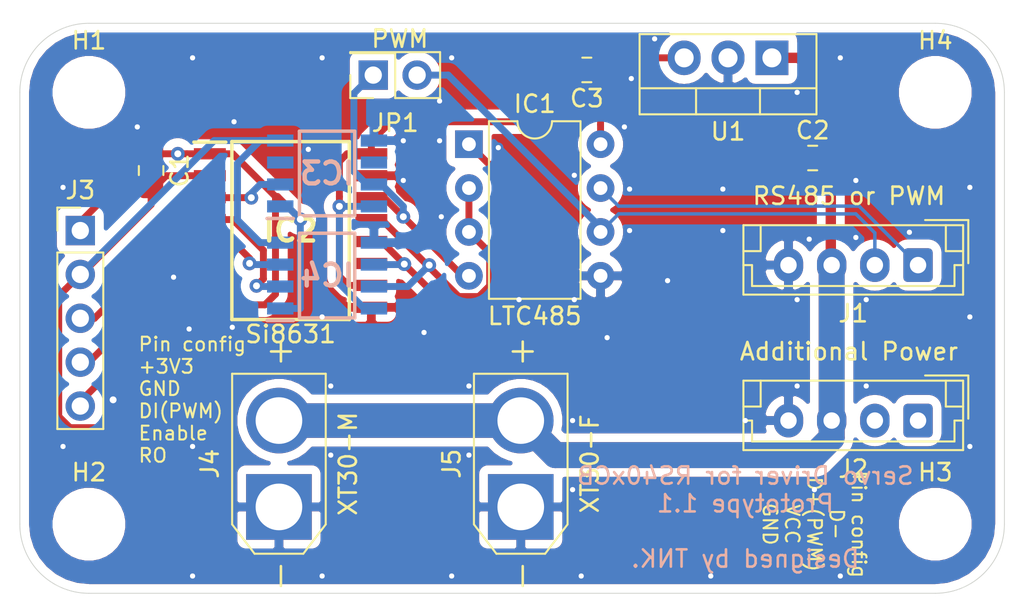
<source format=kicad_pcb>
(kicad_pcb (version 20171130) (host pcbnew "(5.1.5)-3")

  (general
    (thickness 1.6)
    (drawings 15)
    (tracks 224)
    (zones 0)
    (modules 18)
    (nets 20)
  )

  (page A4)
  (layers
    (0 F.Cu signal)
    (31 B.Cu signal)
    (32 B.Adhes user)
    (33 F.Adhes user)
    (34 B.Paste user)
    (35 F.Paste user)
    (36 B.SilkS user)
    (37 F.SilkS user)
    (38 B.Mask user)
    (39 F.Mask user)
    (40 Dwgs.User user)
    (41 Cmts.User user)
    (42 Eco1.User user)
    (43 Eco2.User user)
    (44 Edge.Cuts user)
    (45 Margin user)
    (46 B.CrtYd user)
    (47 F.CrtYd user)
    (48 B.Fab user)
    (49 F.Fab user)
  )

  (setup
    (last_trace_width 0.25)
    (user_trace_width 0.4)
    (user_trace_width 0.6)
    (user_trace_width 1)
    (user_trace_width 1.5)
    (user_trace_width 2)
    (trace_clearance 0.2)
    (zone_clearance 0.508)
    (zone_45_only no)
    (trace_min 0.2)
    (via_size 0.8)
    (via_drill 0.4)
    (via_min_size 0.4)
    (via_min_drill 0.3)
    (user_via 0.6 0.3)
    (uvia_size 0.3)
    (uvia_drill 0.1)
    (uvias_allowed no)
    (uvia_min_size 0.2)
    (uvia_min_drill 0.1)
    (edge_width 0.05)
    (segment_width 0.2)
    (pcb_text_width 0.3)
    (pcb_text_size 1.5 1.5)
    (mod_edge_width 0.12)
    (mod_text_size 1 1)
    (mod_text_width 0.15)
    (pad_size 1.524 1.524)
    (pad_drill 0.762)
    (pad_to_mask_clearance 0.051)
    (solder_mask_min_width 0.25)
    (aux_axis_origin 0 0)
    (visible_elements 7FFFFFFF)
    (pcbplotparams
      (layerselection 0x010fc_ffffffff)
      (usegerberextensions false)
      (usegerberattributes false)
      (usegerberadvancedattributes false)
      (creategerberjobfile false)
      (excludeedgelayer true)
      (linewidth 0.100000)
      (plotframeref false)
      (viasonmask false)
      (mode 1)
      (useauxorigin false)
      (hpglpennumber 1)
      (hpglpenspeed 20)
      (hpglpendiameter 15.000000)
      (psnegative false)
      (psa4output false)
      (plotreference true)
      (plotvalue true)
      (plotinvisibletext false)
      (padsonsilk false)
      (subtractmaskfromsilk false)
      (outputformat 1)
      (mirror false)
      (drillshape 1)
      (scaleselection 1)
      (outputdirectory ""))
  )

  (net 0 "")
  (net 1 +5V)
  (net 2 D-)
  (net 3 D+)
  (net 4 GNDPWR)
  (net 5 TRX_TX)
  (net 6 TRX_RX)
  (net 7 "Net-(IC2-Pad11)")
  (net 8 GND)
  (net 9 +3V3)
  (net 10 "Net-(IC2-Pad6)")
  (net 11 MCU_RX)
  (net 12 MCU_TX)
  (net 13 VCC)
  (net 14 "Net-(J2-Pad2)")
  (net 15 "Net-(J2-Pad1)")
  (net 16 TRX_Enable)
  (net 17 MCU_Enable)
  (net 18 "Net-(IC3-Pad6)")
  (net 19 "Net-(IC3-Pad3)")

  (net_class Default "これはデフォルトのネット クラスです。"
    (clearance 0.2)
    (trace_width 0.25)
    (via_dia 0.8)
    (via_drill 0.4)
    (uvia_dia 0.3)
    (uvia_drill 0.1)
    (add_net +3V3)
    (add_net +5V)
    (add_net D+)
    (add_net D-)
    (add_net GND)
    (add_net GNDPWR)
    (add_net MCU_Enable)
    (add_net MCU_RX)
    (add_net MCU_TX)
    (add_net "Net-(IC2-Pad11)")
    (add_net "Net-(IC2-Pad6)")
    (add_net "Net-(IC3-Pad3)")
    (add_net "Net-(IC3-Pad6)")
    (add_net "Net-(J2-Pad1)")
    (add_net "Net-(J2-Pad2)")
    (add_net TRX_Enable)
    (add_net TRX_RX)
    (add_net TRX_TX)
    (add_net VCC)
  )

  (module Capacitor_SMD:C_0805_2012Metric_Pad1.15x1.40mm_HandSolder (layer F.Cu) (tedit 5B36C52B) (tstamp 5E4C6731)
    (at 127.825 90.7 180)
    (descr "Capacitor SMD 0805 (2012 Metric), square (rectangular) end terminal, IPC_7351 nominal with elongated pad for handsoldering. (Body size source: https://docs.google.com/spreadsheets/d/1BsfQQcO9C6DZCsRaXUlFlo91Tg2WpOkGARC1WS5S8t0/edit?usp=sharing), generated with kicad-footprint-generator")
    (tags "capacitor handsolder")
    (path /5E4EB29D)
    (attr smd)
    (fp_text reference C3 (at 0 -1.65) (layer F.SilkS)
      (effects (font (size 1 1) (thickness 0.15)))
    )
    (fp_text value 0.1u (at 0 1.65) (layer F.Fab)
      (effects (font (size 1 1) (thickness 0.15)))
    )
    (fp_text user %R (at 0 0) (layer F.Fab)
      (effects (font (size 0.5 0.5) (thickness 0.08)))
    )
    (fp_line (start 1.85 0.95) (end -1.85 0.95) (layer F.CrtYd) (width 0.05))
    (fp_line (start 1.85 -0.95) (end 1.85 0.95) (layer F.CrtYd) (width 0.05))
    (fp_line (start -1.85 -0.95) (end 1.85 -0.95) (layer F.CrtYd) (width 0.05))
    (fp_line (start -1.85 0.95) (end -1.85 -0.95) (layer F.CrtYd) (width 0.05))
    (fp_line (start -0.261252 0.71) (end 0.261252 0.71) (layer F.SilkS) (width 0.12))
    (fp_line (start -0.261252 -0.71) (end 0.261252 -0.71) (layer F.SilkS) (width 0.12))
    (fp_line (start 1 0.6) (end -1 0.6) (layer F.Fab) (width 0.1))
    (fp_line (start 1 -0.6) (end 1 0.6) (layer F.Fab) (width 0.1))
    (fp_line (start -1 -0.6) (end 1 -0.6) (layer F.Fab) (width 0.1))
    (fp_line (start -1 0.6) (end -1 -0.6) (layer F.Fab) (width 0.1))
    (pad 2 smd roundrect (at 1.025 0 180) (size 1.15 1.4) (layers F.Cu F.Paste F.Mask) (roundrect_rratio 0.217391)
      (net 4 GNDPWR))
    (pad 1 smd roundrect (at -1.025 0 180) (size 1.15 1.4) (layers F.Cu F.Paste F.Mask) (roundrect_rratio 0.217391)
      (net 1 +5V))
    (model ${KISYS3DMOD}/Capacitor_SMD.3dshapes/C_0805_2012Metric.wrl
      (at (xyz 0 0 0))
      (scale (xyz 1 1 1))
      (rotate (xyz 0 0 0))
    )
  )

  (module Capacitor_SMD:C_0805_2012Metric_Pad1.15x1.40mm_HandSolder (layer F.Cu) (tedit 5B36C52B) (tstamp 5E4C6720)
    (at 140.9 95.8 180)
    (descr "Capacitor SMD 0805 (2012 Metric), square (rectangular) end terminal, IPC_7351 nominal with elongated pad for handsoldering. (Body size source: https://docs.google.com/spreadsheets/d/1BsfQQcO9C6DZCsRaXUlFlo91Tg2WpOkGARC1WS5S8t0/edit?usp=sharing), generated with kicad-footprint-generator")
    (tags "capacitor handsolder")
    (path /5E4EB9D5)
    (attr smd)
    (fp_text reference C2 (at 0 1.6) (layer F.SilkS)
      (effects (font (size 1 1) (thickness 0.15)))
    )
    (fp_text value 0.33u (at 0 1.65) (layer F.Fab)
      (effects (font (size 1 1) (thickness 0.15)))
    )
    (fp_text user %R (at 0 0) (layer F.Fab)
      (effects (font (size 0.5 0.5) (thickness 0.08)))
    )
    (fp_line (start 1.85 0.95) (end -1.85 0.95) (layer F.CrtYd) (width 0.05))
    (fp_line (start 1.85 -0.95) (end 1.85 0.95) (layer F.CrtYd) (width 0.05))
    (fp_line (start -1.85 -0.95) (end 1.85 -0.95) (layer F.CrtYd) (width 0.05))
    (fp_line (start -1.85 0.95) (end -1.85 -0.95) (layer F.CrtYd) (width 0.05))
    (fp_line (start -0.261252 0.71) (end 0.261252 0.71) (layer F.SilkS) (width 0.12))
    (fp_line (start -0.261252 -0.71) (end 0.261252 -0.71) (layer F.SilkS) (width 0.12))
    (fp_line (start 1 0.6) (end -1 0.6) (layer F.Fab) (width 0.1))
    (fp_line (start 1 -0.6) (end 1 0.6) (layer F.Fab) (width 0.1))
    (fp_line (start -1 -0.6) (end 1 -0.6) (layer F.Fab) (width 0.1))
    (fp_line (start -1 0.6) (end -1 -0.6) (layer F.Fab) (width 0.1))
    (pad 2 smd roundrect (at 1.025 0 180) (size 1.15 1.4) (layers F.Cu F.Paste F.Mask) (roundrect_rratio 0.217391)
      (net 4 GNDPWR))
    (pad 1 smd roundrect (at -1.025 0 180) (size 1.15 1.4) (layers F.Cu F.Paste F.Mask) (roundrect_rratio 0.217391)
      (net 13 VCC))
    (model ${KISYS3DMOD}/Capacitor_SMD.3dshapes/C_0805_2012Metric.wrl
      (at (xyz 0 0 0))
      (scale (xyz 1 1 1))
      (rotate (xyz 0 0 0))
    )
  )

  (module Capacitor_SMD:C_0805_2012Metric_Pad1.15x1.40mm_HandSolder (layer F.Cu) (tedit 5B36C52B) (tstamp 5E4C670F)
    (at 102.6 96.525 270)
    (descr "Capacitor SMD 0805 (2012 Metric), square (rectangular) end terminal, IPC_7351 nominal with elongated pad for handsoldering. (Body size source: https://docs.google.com/spreadsheets/d/1BsfQQcO9C6DZCsRaXUlFlo91Tg2WpOkGARC1WS5S8t0/edit?usp=sharing), generated with kicad-footprint-generator")
    (tags "capacitor handsolder")
    (path /5E4EA6D7)
    (attr smd)
    (fp_text reference C1 (at 0 -1.65 90) (layer F.SilkS)
      (effects (font (size 1 1) (thickness 0.15)))
    )
    (fp_text value 0.1u (at 0 1.65 90) (layer F.Fab)
      (effects (font (size 1 1) (thickness 0.15)))
    )
    (fp_text user %R (at 0 0 90) (layer F.Fab)
      (effects (font (size 0.5 0.5) (thickness 0.08)))
    )
    (fp_line (start 1.85 0.95) (end -1.85 0.95) (layer F.CrtYd) (width 0.05))
    (fp_line (start 1.85 -0.95) (end 1.85 0.95) (layer F.CrtYd) (width 0.05))
    (fp_line (start -1.85 -0.95) (end 1.85 -0.95) (layer F.CrtYd) (width 0.05))
    (fp_line (start -1.85 0.95) (end -1.85 -0.95) (layer F.CrtYd) (width 0.05))
    (fp_line (start -0.261252 0.71) (end 0.261252 0.71) (layer F.SilkS) (width 0.12))
    (fp_line (start -0.261252 -0.71) (end 0.261252 -0.71) (layer F.SilkS) (width 0.12))
    (fp_line (start 1 0.6) (end -1 0.6) (layer F.Fab) (width 0.1))
    (fp_line (start 1 -0.6) (end 1 0.6) (layer F.Fab) (width 0.1))
    (fp_line (start -1 -0.6) (end 1 -0.6) (layer F.Fab) (width 0.1))
    (fp_line (start -1 0.6) (end -1 -0.6) (layer F.Fab) (width 0.1))
    (pad 2 smd roundrect (at 1.025 0 270) (size 1.15 1.4) (layers F.Cu F.Paste F.Mask) (roundrect_rratio 0.217391)
      (net 8 GND))
    (pad 1 smd roundrect (at -1.025 0 270) (size 1.15 1.4) (layers F.Cu F.Paste F.Mask) (roundrect_rratio 0.217391)
      (net 9 +3V3))
    (model ${KISYS3DMOD}/Capacitor_SMD.3dshapes/C_0805_2012Metric.wrl
      (at (xyz 0 0 0))
      (scale (xyz 1 1 1))
      (rotate (xyz 0 0 0))
    )
  )

  (module SamacSys_Parts:SOIC127P600X175-8N (layer B.Cu) (tedit 0) (tstamp 5E4C530C)
    (at 112.788 102.605)
    (descr Si8621AB-B-ISR)
    (tags "Integrated Circuit")
    (path /5E4C234D)
    (attr smd)
    (fp_text reference IC4 (at 0 0) (layer B.SilkS)
      (effects (font (size 1.27 1.27) (thickness 0.254)) (justify mirror))
    )
    (fp_text value Si8621AB-B-ISR (at 0 0) (layer B.SilkS) hide
      (effects (font (size 1.27 1.27) (thickness 0.254)) (justify mirror))
    )
    (fp_line (start -3.475 2.605) (end -1.95 2.605) (layer B.SilkS) (width 0.2))
    (fp_line (start -1.6 -2.45) (end -1.6 2.45) (layer B.SilkS) (width 0.2))
    (fp_line (start 1.6 -2.45) (end -1.6 -2.45) (layer B.SilkS) (width 0.2))
    (fp_line (start 1.6 2.45) (end 1.6 -2.45) (layer B.SilkS) (width 0.2))
    (fp_line (start -1.6 2.45) (end 1.6 2.45) (layer B.SilkS) (width 0.2))
    (fp_line (start -1.95 1.18) (end -0.68 2.45) (layer B.Fab) (width 0.1))
    (fp_line (start -1.95 -2.45) (end -1.95 2.45) (layer B.Fab) (width 0.1))
    (fp_line (start 1.95 -2.45) (end -1.95 -2.45) (layer B.Fab) (width 0.1))
    (fp_line (start 1.95 2.45) (end 1.95 -2.45) (layer B.Fab) (width 0.1))
    (fp_line (start -1.95 2.45) (end 1.95 2.45) (layer B.Fab) (width 0.1))
    (fp_line (start -3.725 -2.75) (end -3.725 2.75) (layer B.CrtYd) (width 0.05))
    (fp_line (start 3.725 -2.75) (end -3.725 -2.75) (layer B.CrtYd) (width 0.05))
    (fp_line (start 3.725 2.75) (end 3.725 -2.75) (layer B.CrtYd) (width 0.05))
    (fp_line (start -3.725 2.75) (end 3.725 2.75) (layer B.CrtYd) (width 0.05))
    (fp_text user %R (at 0 0) (layer B.Fab)
      (effects (font (size 1.27 1.27) (thickness 0.254)) (justify mirror))
    )
    (pad 8 smd rect (at 2.712 1.905 270) (size 0.7 1.525) (layers B.Cu B.Paste B.Mask)
      (net 1 +5V))
    (pad 7 smd rect (at 2.712 0.635 270) (size 0.7 1.525) (layers B.Cu B.Paste B.Mask)
      (net 16 TRX_Enable))
    (pad 6 smd rect (at 2.712 -0.635 270) (size 0.7 1.525) (layers B.Cu B.Paste B.Mask)
      (net 6 TRX_RX))
    (pad 5 smd rect (at 2.712 -1.905 270) (size 0.7 1.525) (layers B.Cu B.Paste B.Mask)
      (net 4 GNDPWR))
    (pad 4 smd rect (at -2.712 -1.905 270) (size 0.7 1.525) (layers B.Cu B.Paste B.Mask)
      (net 8 GND))
    (pad 3 smd rect (at -2.712 -0.635 270) (size 0.7 1.525) (layers B.Cu B.Paste B.Mask)
      (net 11 MCU_RX))
    (pad 2 smd rect (at -2.712 0.635 270) (size 0.7 1.525) (layers B.Cu B.Paste B.Mask)
      (net 17 MCU_Enable))
    (pad 1 smd rect (at -2.712 1.905 270) (size 0.7 1.525) (layers B.Cu B.Paste B.Mask)
      (net 9 +3V3))
    (model C:\SamcSys_PCB_Library\KiCad\SamacSys_Parts.3dshapes\Si8621AB-B-ISR.stp
      (at (xyz 0 0 0))
      (scale (xyz 1 1 1))
      (rotate (xyz 0 0 0))
    )
  )

  (module SamacSys_Parts:SOIC127P600X175-8N (layer B.Cu) (tedit 0) (tstamp 5E4C52F1)
    (at 112.788 96.695)
    (descr Si8621AB-B-ISR)
    (tags "Integrated Circuit")
    (path /5E4C0D5A)
    (attr smd)
    (fp_text reference IC3 (at 0 0) (layer B.SilkS)
      (effects (font (size 1.27 1.27) (thickness 0.254)) (justify mirror))
    )
    (fp_text value Si8621AB-B-ISR (at 0 0) (layer B.SilkS) hide
      (effects (font (size 1.27 1.27) (thickness 0.254)) (justify mirror))
    )
    (fp_line (start -3.475 2.605) (end -1.95 2.605) (layer B.SilkS) (width 0.2))
    (fp_line (start -1.6 -2.45) (end -1.6 2.45) (layer B.SilkS) (width 0.2))
    (fp_line (start 1.6 -2.45) (end -1.6 -2.45) (layer B.SilkS) (width 0.2))
    (fp_line (start 1.6 2.45) (end 1.6 -2.45) (layer B.SilkS) (width 0.2))
    (fp_line (start -1.6 2.45) (end 1.6 2.45) (layer B.SilkS) (width 0.2))
    (fp_line (start -1.95 1.18) (end -0.68 2.45) (layer B.Fab) (width 0.1))
    (fp_line (start -1.95 -2.45) (end -1.95 2.45) (layer B.Fab) (width 0.1))
    (fp_line (start 1.95 -2.45) (end -1.95 -2.45) (layer B.Fab) (width 0.1))
    (fp_line (start 1.95 2.45) (end 1.95 -2.45) (layer B.Fab) (width 0.1))
    (fp_line (start -1.95 2.45) (end 1.95 2.45) (layer B.Fab) (width 0.1))
    (fp_line (start -3.725 -2.75) (end -3.725 2.75) (layer B.CrtYd) (width 0.05))
    (fp_line (start 3.725 -2.75) (end -3.725 -2.75) (layer B.CrtYd) (width 0.05))
    (fp_line (start 3.725 2.75) (end 3.725 -2.75) (layer B.CrtYd) (width 0.05))
    (fp_line (start -3.725 2.75) (end 3.725 2.75) (layer B.CrtYd) (width 0.05))
    (fp_text user %R (at 0 0) (layer B.Fab)
      (effects (font (size 1.27 1.27) (thickness 0.254)) (justify mirror))
    )
    (pad 8 smd rect (at 2.712 1.905 270) (size 0.7 1.525) (layers B.Cu B.Paste B.Mask)
      (net 1 +5V))
    (pad 7 smd rect (at 2.712 0.635 270) (size 0.7 1.525) (layers B.Cu B.Paste B.Mask)
      (net 5 TRX_TX))
    (pad 6 smd rect (at 2.712 -0.635 270) (size 0.7 1.525) (layers B.Cu B.Paste B.Mask)
      (net 18 "Net-(IC3-Pad6)"))
    (pad 5 smd rect (at 2.712 -1.905 270) (size 0.7 1.525) (layers B.Cu B.Paste B.Mask)
      (net 4 GNDPWR))
    (pad 4 smd rect (at -2.712 -1.905 270) (size 0.7 1.525) (layers B.Cu B.Paste B.Mask)
      (net 8 GND))
    (pad 3 smd rect (at -2.712 -0.635 270) (size 0.7 1.525) (layers B.Cu B.Paste B.Mask)
      (net 19 "Net-(IC3-Pad3)"))
    (pad 2 smd rect (at -2.712 0.635 270) (size 0.7 1.525) (layers B.Cu B.Paste B.Mask)
      (net 12 MCU_TX))
    (pad 1 smd rect (at -2.712 1.905 270) (size 0.7 1.525) (layers B.Cu B.Paste B.Mask)
      (net 9 +3V3))
    (model C:\SamcSys_PCB_Library\KiCad\SamacSys_Parts.3dshapes\Si8621AB-B-ISR.stp
      (at (xyz 0 0 0))
      (scale (xyz 1 1 1))
      (rotate (xyz 0 0 0))
    )
  )

  (module Connector_PinSocket_2.54mm:PinSocket_2x01_P2.54mm_Vertical (layer F.Cu) (tedit 5A19A420) (tstamp 5E4C0657)
    (at 115.46 91 180)
    (descr "Through hole straight socket strip, 2x01, 2.54mm pitch, double cols (from Kicad 4.0.7), script generated")
    (tags "Through hole socket strip THT 2x01 2.54mm double row")
    (path /5E4D26B7)
    (fp_text reference JP1 (at -1.27 -2.77) (layer F.SilkS)
      (effects (font (size 1 1) (thickness 0.15)))
    )
    (fp_text value Jumper (at -1.27 2.77) (layer F.Fab)
      (effects (font (size 1 1) (thickness 0.15)))
    )
    (fp_text user %R (at -1.27 0) (layer F.Fab)
      (effects (font (size 1 1) (thickness 0.15)))
    )
    (fp_line (start -4.34 1.75) (end -4.34 -1.8) (layer F.CrtYd) (width 0.05))
    (fp_line (start 1.76 1.75) (end -4.34 1.75) (layer F.CrtYd) (width 0.05))
    (fp_line (start 1.76 -1.8) (end 1.76 1.75) (layer F.CrtYd) (width 0.05))
    (fp_line (start -4.34 -1.8) (end 1.76 -1.8) (layer F.CrtYd) (width 0.05))
    (fp_line (start 0 -1.33) (end 1.33 -1.33) (layer F.SilkS) (width 0.12))
    (fp_line (start 1.33 -1.33) (end 1.33 0) (layer F.SilkS) (width 0.12))
    (fp_line (start -1.27 -1.33) (end -1.27 1.27) (layer F.SilkS) (width 0.12))
    (fp_line (start -1.27 1.27) (end 1.33 1.27) (layer F.SilkS) (width 0.12))
    (fp_line (start 1.33 1.27) (end 1.33 1.33) (layer F.SilkS) (width 0.12))
    (fp_line (start -3.87 1.33) (end 1.33 1.33) (layer F.SilkS) (width 0.12))
    (fp_line (start -3.87 -1.33) (end -3.87 1.33) (layer F.SilkS) (width 0.12))
    (fp_line (start -3.87 -1.33) (end -1.27 -1.33) (layer F.SilkS) (width 0.12))
    (fp_line (start -3.81 1.27) (end -3.81 -1.27) (layer F.Fab) (width 0.1))
    (fp_line (start 1.27 1.27) (end -3.81 1.27) (layer F.Fab) (width 0.1))
    (fp_line (start 1.27 -0.635) (end 1.27 1.27) (layer F.Fab) (width 0.1))
    (fp_line (start 0.635 -1.27) (end 1.27 -0.635) (layer F.Fab) (width 0.1))
    (fp_line (start -3.81 -1.27) (end 0.635 -1.27) (layer F.Fab) (width 0.1))
    (pad 2 thru_hole oval (at -2.54 0 180) (size 1.7 1.7) (drill 1) (layers *.Cu *.Mask)
      (net 3 D+))
    (pad 1 thru_hole rect (at 0 0 180) (size 1.7 1.7) (drill 1) (layers *.Cu *.Mask)
      (net 5 TRX_TX))
    (model ${KISYS3DMOD}/Connector_PinSocket_2.54mm.3dshapes/PinSocket_2x01_P2.54mm_Vertical.wrl
      (at (xyz 0 0 0))
      (scale (xyz 1 1 1))
      (rotate (xyz 0 0 0))
    )
  )

  (module MountingHole:MountingHole_3.2mm_M3 (layer F.Cu) (tedit 56D1B4CB) (tstamp 5E4BEC55)
    (at 148 92)
    (descr "Mounting Hole 3.2mm, no annular, M3")
    (tags "mounting hole 3.2mm no annular m3")
    (path /5E4C0604)
    (attr virtual)
    (fp_text reference H4 (at 0 -3) (layer F.SilkS)
      (effects (font (size 1 1) (thickness 0.15)))
    )
    (fp_text value MountingHole (at 0 4.2) (layer F.Fab)
      (effects (font (size 1 1) (thickness 0.15)))
    )
    (fp_circle (center 0 0) (end 3.45 0) (layer F.CrtYd) (width 0.05))
    (fp_circle (center 0 0) (end 3.2 0) (layer Cmts.User) (width 0.15))
    (fp_text user %R (at 0.3 0) (layer F.Fab)
      (effects (font (size 1 1) (thickness 0.15)))
    )
    (pad 1 np_thru_hole circle (at 0 0) (size 3.2 3.2) (drill 3.2) (layers *.Cu *.Mask))
  )

  (module MountingHole:MountingHole_3.2mm_M3 (layer F.Cu) (tedit 56D1B4CB) (tstamp 5E4BEC4D)
    (at 148 117)
    (descr "Mounting Hole 3.2mm, no annular, M3")
    (tags "mounting hole 3.2mm no annular m3")
    (path /5E4BFCAE)
    (attr virtual)
    (fp_text reference H3 (at 0 -3) (layer F.SilkS)
      (effects (font (size 1 1) (thickness 0.15)))
    )
    (fp_text value MountingHole (at 0 4.2) (layer F.Fab)
      (effects (font (size 1 1) (thickness 0.15)))
    )
    (fp_circle (center 0 0) (end 3.45 0) (layer F.CrtYd) (width 0.05))
    (fp_circle (center 0 0) (end 3.2 0) (layer Cmts.User) (width 0.15))
    (fp_text user %R (at 0.3 0) (layer F.Fab)
      (effects (font (size 1 1) (thickness 0.15)))
    )
    (pad 1 np_thru_hole circle (at 0 0) (size 3.2 3.2) (drill 3.2) (layers *.Cu *.Mask))
  )

  (module MountingHole:MountingHole_3.2mm_M3 (layer F.Cu) (tedit 56D1B4CB) (tstamp 5E4BEC45)
    (at 99 117)
    (descr "Mounting Hole 3.2mm, no annular, M3")
    (tags "mounting hole 3.2mm no annular m3")
    (path /5E4C0186)
    (attr virtual)
    (fp_text reference H2 (at 0 -3) (layer F.SilkS)
      (effects (font (size 1 1) (thickness 0.15)))
    )
    (fp_text value MountingHole (at 0 4.2) (layer F.Fab)
      (effects (font (size 1 1) (thickness 0.15)))
    )
    (fp_circle (center 0 0) (end 3.45 0) (layer F.CrtYd) (width 0.05))
    (fp_circle (center 0 0) (end 3.2 0) (layer Cmts.User) (width 0.15))
    (fp_text user %R (at 0.3 0) (layer F.Fab)
      (effects (font (size 1 1) (thickness 0.15)))
    )
    (pad 1 np_thru_hole circle (at 0 0) (size 3.2 3.2) (drill 3.2) (layers *.Cu *.Mask))
  )

  (module MountingHole:MountingHole_3.2mm_M3 (layer F.Cu) (tedit 56D1B4CB) (tstamp 5E4BEC3D)
    (at 99 92)
    (descr "Mounting Hole 3.2mm, no annular, M3")
    (tags "mounting hole 3.2mm no annular m3")
    (path /5E4BF3A2)
    (attr virtual)
    (fp_text reference H1 (at 0 -3) (layer F.SilkS)
      (effects (font (size 1 1) (thickness 0.15)))
    )
    (fp_text value MountingHole (at 0 4.2) (layer F.Fab)
      (effects (font (size 1 1) (thickness 0.15)))
    )
    (fp_circle (center 0 0) (end 3.45 0) (layer F.CrtYd) (width 0.05))
    (fp_circle (center 0 0) (end 3.2 0) (layer Cmts.User) (width 0.15))
    (fp_text user %R (at 0.3 0) (layer F.Fab)
      (effects (font (size 1 1) (thickness 0.15)))
    )
    (pad 1 np_thru_hole circle (at 0 0) (size 3.2 3.2) (drill 3.2) (layers *.Cu *.Mask))
  )

  (module Package_DIP:DIP-8_W7.62mm (layer F.Cu) (tedit 5A02E8C5) (tstamp 5E4B3824)
    (at 121 95)
    (descr "8-lead though-hole mounted DIP package, row spacing 7.62 mm (300 mils)")
    (tags "THT DIP DIL PDIP 2.54mm 7.62mm 300mil")
    (path /5E4BBCB0)
    (fp_text reference IC1 (at 3.81 -2.33) (layer F.SilkS)
      (effects (font (size 1 1) (thickness 0.15)))
    )
    (fp_text value LTC485 (at 3.81 9.95) (layer F.SilkS)
      (effects (font (size 1 1) (thickness 0.15)))
    )
    (fp_text user %R (at 3.81 3.81) (layer F.Fab)
      (effects (font (size 1 1) (thickness 0.15)))
    )
    (fp_line (start 8.7 -1.55) (end -1.1 -1.55) (layer F.CrtYd) (width 0.05))
    (fp_line (start 8.7 9.15) (end 8.7 -1.55) (layer F.CrtYd) (width 0.05))
    (fp_line (start -1.1 9.15) (end 8.7 9.15) (layer F.CrtYd) (width 0.05))
    (fp_line (start -1.1 -1.55) (end -1.1 9.15) (layer F.CrtYd) (width 0.05))
    (fp_line (start 6.46 -1.33) (end 4.81 -1.33) (layer F.SilkS) (width 0.12))
    (fp_line (start 6.46 8.95) (end 6.46 -1.33) (layer F.SilkS) (width 0.12))
    (fp_line (start 1.16 8.95) (end 6.46 8.95) (layer F.SilkS) (width 0.12))
    (fp_line (start 1.16 -1.33) (end 1.16 8.95) (layer F.SilkS) (width 0.12))
    (fp_line (start 2.81 -1.33) (end 1.16 -1.33) (layer F.SilkS) (width 0.12))
    (fp_line (start 0.635 -0.27) (end 1.635 -1.27) (layer F.Fab) (width 0.1))
    (fp_line (start 0.635 8.89) (end 0.635 -0.27) (layer F.Fab) (width 0.1))
    (fp_line (start 6.985 8.89) (end 0.635 8.89) (layer F.Fab) (width 0.1))
    (fp_line (start 6.985 -1.27) (end 6.985 8.89) (layer F.Fab) (width 0.1))
    (fp_line (start 1.635 -1.27) (end 6.985 -1.27) (layer F.Fab) (width 0.1))
    (fp_arc (start 3.81 -1.33) (end 2.81 -1.33) (angle -180) (layer F.SilkS) (width 0.12))
    (pad 8 thru_hole oval (at 7.62 0) (size 1.6 1.6) (drill 0.8) (layers *.Cu *.Mask)
      (net 1 +5V))
    (pad 4 thru_hole oval (at 0 7.62) (size 1.6 1.6) (drill 0.8) (layers *.Cu *.Mask)
      (net 5 TRX_TX))
    (pad 7 thru_hole oval (at 7.62 2.54) (size 1.6 1.6) (drill 0.8) (layers *.Cu *.Mask)
      (net 2 D-))
    (pad 3 thru_hole oval (at 0 5.08) (size 1.6 1.6) (drill 0.8) (layers *.Cu *.Mask)
      (net 16 TRX_Enable))
    (pad 6 thru_hole oval (at 7.62 5.08) (size 1.6 1.6) (drill 0.8) (layers *.Cu *.Mask)
      (net 3 D+))
    (pad 2 thru_hole oval (at 0 2.54) (size 1.6 1.6) (drill 0.8) (layers *.Cu *.Mask)
      (net 16 TRX_Enable))
    (pad 5 thru_hole oval (at 7.62 7.62) (size 1.6 1.6) (drill 0.8) (layers *.Cu *.Mask)
      (net 4 GNDPWR))
    (pad 1 thru_hole rect (at 0 0) (size 1.6 1.6) (drill 0.8) (layers *.Cu *.Mask)
      (net 6 TRX_RX))
    (model ${KISYS3DMOD}/Package_DIP.3dshapes/DIP-8_W7.62mm.wrl
      (at (xyz 0 0 0))
      (scale (xyz 1 1 1))
      (rotate (xyz 0 0 0))
    )
  )

  (module Connector_AMASS:AMASS_XT30U-M_1x02_P5.0mm_Vertical (layer F.Cu) (tedit 5C8E9CCA) (tstamp 5E4B3D15)
    (at 124 116 90)
    (descr "Connector XT30 Vertical Cable Male, https://www.tme.eu/en/Document/3cbfa5cfa544d79584972dd5234a409e/XT30U%20SPEC.pdf")
    (tags "RC Connector XT30")
    (path /5E4DC7BC)
    (fp_text reference J5 (at 2.5 -4 90) (layer F.SilkS)
      (effects (font (size 1 1) (thickness 0.15)))
    )
    (fp_text value XT30-F (at 2.5 4 90) (layer F.SilkS)
      (effects (font (size 1 1) (thickness 0.15)))
    )
    (fp_text user - (at -4 0 90) (layer F.SilkS)
      (effects (font (size 1.5 1.5) (thickness 0.15)))
    )
    (fp_text user + (at 9 0 90) (layer F.SilkS)
      (effects (font (size 1.5 1.5) (thickness 0.15)))
    )
    (fp_line (start -3.1 1.8) (end -1.4 3.1) (layer F.CrtYd) (width 0.05))
    (fp_line (start -3.1 -1.8) (end -1.4 -3.1) (layer F.CrtYd) (width 0.05))
    (fp_line (start -1.4 3.1) (end 8.1 3.1) (layer F.CrtYd) (width 0.05))
    (fp_line (start -3.1 -1.8) (end -3.1 1.8) (layer F.CrtYd) (width 0.05))
    (fp_line (start 8.1 -3.1) (end 8.1 3.1) (layer F.CrtYd) (width 0.05))
    (fp_line (start -1.4 -3.1) (end 8.1 -3.1) (layer F.CrtYd) (width 0.05))
    (fp_line (start -2.71 -1.41) (end -2.71 1.41) (layer F.SilkS) (width 0.12))
    (fp_line (start -2.71 1.41) (end -1.01 2.71) (layer F.SilkS) (width 0.12))
    (fp_line (start -2.71 -1.41) (end -1.01 -2.71) (layer F.SilkS) (width 0.12))
    (fp_line (start -1.01 2.71) (end 7.71 2.71) (layer F.SilkS) (width 0.12))
    (fp_line (start 7.71 -2.71) (end 7.71 2.71) (layer F.SilkS) (width 0.12))
    (fp_line (start -1.01 -2.71) (end 7.71 -2.71) (layer F.SilkS) (width 0.12))
    (fp_line (start -2.6 1.3) (end -0.9 2.6) (layer F.Fab) (width 0.1))
    (fp_line (start -2.6 -1.3) (end -0.9 -2.6) (layer F.Fab) (width 0.1))
    (fp_line (start -0.9 2.6) (end 7.6 2.6) (layer F.Fab) (width 0.1))
    (fp_line (start -0.9 -2.6) (end 7.6 -2.6) (layer F.Fab) (width 0.1))
    (fp_line (start 7.6 -2.6) (end 7.6 2.6) (layer F.Fab) (width 0.1))
    (fp_line (start -2.6 -1.3) (end -2.6 1.3) (layer F.Fab) (width 0.1))
    (fp_text user %R (at 2.5 0 90) (layer F.Fab)
      (effects (font (size 1 1) (thickness 0.15)))
    )
    (pad 2 thru_hole circle (at 5 0 90) (size 3.8 3.8) (drill 2.7) (layers *.Cu *.Mask)
      (net 13 VCC))
    (pad 1 thru_hole rect (at 0 0 90) (size 3.8 3.8) (drill 2.7) (layers *.Cu *.Mask)
      (net 4 GNDPWR))
    (model ${KISYS3DMOD}/Connector_AMASS.3dshapes/AMASS_XT30U-M_1x02_P5.0mm_Vertical.wrl
      (at (xyz 0 0 0))
      (scale (xyz 1 1 1))
      (rotate (xyz 0 0 0))
    )
  )

  (module Package_TO_SOT_THT:TO-220-3_Vertical (layer F.Cu) (tedit 5AC8BA0D) (tstamp 5E4B38D9)
    (at 138.54 90 180)
    (descr "TO-220-3, Vertical, RM 2.54mm, see https://www.vishay.com/docs/66542/to-220-1.pdf")
    (tags "TO-220-3 Vertical RM 2.54mm")
    (path /5E4CF473)
    (fp_text reference U1 (at 2.54 -4.27) (layer F.SilkS)
      (effects (font (size 1 1) (thickness 0.15)))
    )
    (fp_text value L7805 (at 2.54 2.5) (layer F.Fab)
      (effects (font (size 1 1) (thickness 0.15)))
    )
    (fp_text user %R (at 2.54 -4.27) (layer F.Fab)
      (effects (font (size 1 1) (thickness 0.15)))
    )
    (fp_line (start 7.79 -3.4) (end -2.71 -3.4) (layer F.CrtYd) (width 0.05))
    (fp_line (start 7.79 1.51) (end 7.79 -3.4) (layer F.CrtYd) (width 0.05))
    (fp_line (start -2.71 1.51) (end 7.79 1.51) (layer F.CrtYd) (width 0.05))
    (fp_line (start -2.71 -3.4) (end -2.71 1.51) (layer F.CrtYd) (width 0.05))
    (fp_line (start 4.391 -3.27) (end 4.391 -1.76) (layer F.SilkS) (width 0.12))
    (fp_line (start 0.69 -3.27) (end 0.69 -1.76) (layer F.SilkS) (width 0.12))
    (fp_line (start -2.58 -1.76) (end 7.66 -1.76) (layer F.SilkS) (width 0.12))
    (fp_line (start 7.66 -3.27) (end 7.66 1.371) (layer F.SilkS) (width 0.12))
    (fp_line (start -2.58 -3.27) (end -2.58 1.371) (layer F.SilkS) (width 0.12))
    (fp_line (start -2.58 1.371) (end 7.66 1.371) (layer F.SilkS) (width 0.12))
    (fp_line (start -2.58 -3.27) (end 7.66 -3.27) (layer F.SilkS) (width 0.12))
    (fp_line (start 4.39 -3.15) (end 4.39 -1.88) (layer F.Fab) (width 0.1))
    (fp_line (start 0.69 -3.15) (end 0.69 -1.88) (layer F.Fab) (width 0.1))
    (fp_line (start -2.46 -1.88) (end 7.54 -1.88) (layer F.Fab) (width 0.1))
    (fp_line (start 7.54 -3.15) (end -2.46 -3.15) (layer F.Fab) (width 0.1))
    (fp_line (start 7.54 1.25) (end 7.54 -3.15) (layer F.Fab) (width 0.1))
    (fp_line (start -2.46 1.25) (end 7.54 1.25) (layer F.Fab) (width 0.1))
    (fp_line (start -2.46 -3.15) (end -2.46 1.25) (layer F.Fab) (width 0.1))
    (pad 3 thru_hole oval (at 5.08 0 180) (size 1.905 2) (drill 1.1) (layers *.Cu *.Mask)
      (net 1 +5V))
    (pad 2 thru_hole oval (at 2.54 0 180) (size 1.905 2) (drill 1.1) (layers *.Cu *.Mask)
      (net 4 GNDPWR))
    (pad 1 thru_hole rect (at 0 0 180) (size 1.905 2) (drill 1.1) (layers *.Cu *.Mask)
      (net 13 VCC))
    (model ${KISYS3DMOD}/Package_TO_SOT_THT.3dshapes/TO-220-3_Vertical.wrl
      (at (xyz 0 0 0))
      (scale (xyz 1 1 1))
      (rotate (xyz 0 0 0))
    )
  )

  (module Connector_AMASS:AMASS_XT30U-M_1x02_P5.0mm_Vertical (layer F.Cu) (tedit 5C8E9CCA) (tstamp 5E4B38BF)
    (at 110 116 90)
    (descr "Connector XT30 Vertical Cable Male, https://www.tme.eu/en/Document/3cbfa5cfa544d79584972dd5234a409e/XT30U%20SPEC.pdf")
    (tags "RC Connector XT30")
    (path /5E4AD85A)
    (fp_text reference J4 (at 2.5 -4 90) (layer F.SilkS)
      (effects (font (size 1 1) (thickness 0.15)))
    )
    (fp_text value XT30-M (at 2.5 4 90) (layer F.SilkS)
      (effects (font (size 1 1) (thickness 0.15)))
    )
    (fp_text user - (at -4 0 90) (layer F.SilkS)
      (effects (font (size 1.5 1.5) (thickness 0.15)))
    )
    (fp_text user + (at 9 0 90) (layer F.SilkS)
      (effects (font (size 1.5 1.5) (thickness 0.15)))
    )
    (fp_line (start -3.1 1.8) (end -1.4 3.1) (layer F.CrtYd) (width 0.05))
    (fp_line (start -3.1 -1.8) (end -1.4 -3.1) (layer F.CrtYd) (width 0.05))
    (fp_line (start -1.4 3.1) (end 8.1 3.1) (layer F.CrtYd) (width 0.05))
    (fp_line (start -3.1 -1.8) (end -3.1 1.8) (layer F.CrtYd) (width 0.05))
    (fp_line (start 8.1 -3.1) (end 8.1 3.1) (layer F.CrtYd) (width 0.05))
    (fp_line (start -1.4 -3.1) (end 8.1 -3.1) (layer F.CrtYd) (width 0.05))
    (fp_line (start -2.71 -1.41) (end -2.71 1.41) (layer F.SilkS) (width 0.12))
    (fp_line (start -2.71 1.41) (end -1.01 2.71) (layer F.SilkS) (width 0.12))
    (fp_line (start -2.71 -1.41) (end -1.01 -2.71) (layer F.SilkS) (width 0.12))
    (fp_line (start -1.01 2.71) (end 7.71 2.71) (layer F.SilkS) (width 0.12))
    (fp_line (start 7.71 -2.71) (end 7.71 2.71) (layer F.SilkS) (width 0.12))
    (fp_line (start -1.01 -2.71) (end 7.71 -2.71) (layer F.SilkS) (width 0.12))
    (fp_line (start -2.6 1.3) (end -0.9 2.6) (layer F.Fab) (width 0.1))
    (fp_line (start -2.6 -1.3) (end -0.9 -2.6) (layer F.Fab) (width 0.1))
    (fp_line (start -0.9 2.6) (end 7.6 2.6) (layer F.Fab) (width 0.1))
    (fp_line (start -0.9 -2.6) (end 7.6 -2.6) (layer F.Fab) (width 0.1))
    (fp_line (start 7.6 -2.6) (end 7.6 2.6) (layer F.Fab) (width 0.1))
    (fp_line (start -2.6 -1.3) (end -2.6 1.3) (layer F.Fab) (width 0.1))
    (fp_text user %R (at 2.5 0 90) (layer F.Fab)
      (effects (font (size 1 1) (thickness 0.15)))
    )
    (pad 2 thru_hole circle (at 5 0 90) (size 3.8 3.8) (drill 2.7) (layers *.Cu *.Mask)
      (net 13 VCC))
    (pad 1 thru_hole rect (at 0 0 90) (size 3.8 3.8) (drill 2.7) (layers *.Cu *.Mask)
      (net 4 GNDPWR))
    (model ${KISYS3DMOD}/Connector_AMASS.3dshapes/AMASS_XT30U-M_1x02_P5.0mm_Vertical.wrl
      (at (xyz 0 0 0))
      (scale (xyz 1 1 1))
      (rotate (xyz 0 0 0))
    )
  )

  (module Connector_PinHeader_2.54mm:PinHeader_1x05_P2.54mm_Vertical (layer F.Cu) (tedit 59FED5CC) (tstamp 5E4B38A4)
    (at 98.5 100)
    (descr "Through hole straight pin header, 1x05, 2.54mm pitch, single row")
    (tags "Through hole pin header THT 1x05 2.54mm single row")
    (path /5E4CCF42)
    (fp_text reference J3 (at 0 -2.33) (layer F.SilkS)
      (effects (font (size 1 1) (thickness 0.15)))
    )
    (fp_text value MCU (at 0 12.49) (layer F.Fab)
      (effects (font (size 1 1) (thickness 0.15)))
    )
    (fp_text user %R (at 0 5.08 90) (layer F.Fab)
      (effects (font (size 1 1) (thickness 0.15)))
    )
    (fp_line (start 1.8 -1.8) (end -1.8 -1.8) (layer F.CrtYd) (width 0.05))
    (fp_line (start 1.8 11.95) (end 1.8 -1.8) (layer F.CrtYd) (width 0.05))
    (fp_line (start -1.8 11.95) (end 1.8 11.95) (layer F.CrtYd) (width 0.05))
    (fp_line (start -1.8 -1.8) (end -1.8 11.95) (layer F.CrtYd) (width 0.05))
    (fp_line (start -1.33 -1.33) (end 0 -1.33) (layer F.SilkS) (width 0.12))
    (fp_line (start -1.33 0) (end -1.33 -1.33) (layer F.SilkS) (width 0.12))
    (fp_line (start -1.33 1.27) (end 1.33 1.27) (layer F.SilkS) (width 0.12))
    (fp_line (start 1.33 1.27) (end 1.33 11.49) (layer F.SilkS) (width 0.12))
    (fp_line (start -1.33 1.27) (end -1.33 11.49) (layer F.SilkS) (width 0.12))
    (fp_line (start -1.33 11.49) (end 1.33 11.49) (layer F.SilkS) (width 0.12))
    (fp_line (start -1.27 -0.635) (end -0.635 -1.27) (layer F.Fab) (width 0.1))
    (fp_line (start -1.27 11.43) (end -1.27 -0.635) (layer F.Fab) (width 0.1))
    (fp_line (start 1.27 11.43) (end -1.27 11.43) (layer F.Fab) (width 0.1))
    (fp_line (start 1.27 -1.27) (end 1.27 11.43) (layer F.Fab) (width 0.1))
    (fp_line (start -0.635 -1.27) (end 1.27 -1.27) (layer F.Fab) (width 0.1))
    (pad 5 thru_hole oval (at 0 10.16) (size 1.7 1.7) (drill 1) (layers *.Cu *.Mask)
      (net 11 MCU_RX))
    (pad 4 thru_hole oval (at 0 7.62) (size 1.7 1.7) (drill 1) (layers *.Cu *.Mask)
      (net 17 MCU_Enable))
    (pad 3 thru_hole oval (at 0 5.08) (size 1.7 1.7) (drill 1) (layers *.Cu *.Mask)
      (net 12 MCU_TX))
    (pad 2 thru_hole oval (at 0 2.54) (size 1.7 1.7) (drill 1) (layers *.Cu *.Mask)
      (net 8 GND))
    (pad 1 thru_hole rect (at 0 0) (size 1.7 1.7) (drill 1) (layers *.Cu *.Mask)
      (net 9 +3V3))
    (model ${KISYS3DMOD}/Connector_PinHeader_2.54mm.3dshapes/PinHeader_1x05_P2.54mm_Vertical.wrl
      (at (xyz 0 0 0))
      (scale (xyz 1 1 1))
      (rotate (xyz 0 0 0))
    )
  )

  (module Connector_JST:JST_EH_B4B-EH-A_1x04_P2.50mm_Vertical (layer F.Cu) (tedit 5C28142C) (tstamp 5E4B388B)
    (at 147 111 180)
    (descr "JST EH series connector, B4B-EH-A (http://www.jst-mfg.com/product/pdf/eng/eEH.pdf), generated with kicad-footprint-generator")
    (tags "connector JST EH vertical")
    (path /5E4D19D7)
    (fp_text reference J2 (at 3.75 -2.8) (layer F.SilkS)
      (effects (font (size 1 1) (thickness 0.15)))
    )
    (fp_text value Power_Only (at 3.75 3.4) (layer F.Fab)
      (effects (font (size 1 1) (thickness 0.15)))
    )
    (fp_text user %R (at 3.75 1.5) (layer F.Fab)
      (effects (font (size 1 1) (thickness 0.15)))
    )
    (fp_line (start -2.91 2.61) (end -0.41 2.61) (layer F.Fab) (width 0.1))
    (fp_line (start -2.91 0.11) (end -2.91 2.61) (layer F.Fab) (width 0.1))
    (fp_line (start -2.91 2.61) (end -0.41 2.61) (layer F.SilkS) (width 0.12))
    (fp_line (start -2.91 0.11) (end -2.91 2.61) (layer F.SilkS) (width 0.12))
    (fp_line (start 9.11 0.81) (end 9.11 2.31) (layer F.SilkS) (width 0.12))
    (fp_line (start 10.11 0.81) (end 9.11 0.81) (layer F.SilkS) (width 0.12))
    (fp_line (start -1.61 0.81) (end -1.61 2.31) (layer F.SilkS) (width 0.12))
    (fp_line (start -2.61 0.81) (end -1.61 0.81) (layer F.SilkS) (width 0.12))
    (fp_line (start 9.61 0) (end 10.11 0) (layer F.SilkS) (width 0.12))
    (fp_line (start 9.61 -1.21) (end 9.61 0) (layer F.SilkS) (width 0.12))
    (fp_line (start -2.11 -1.21) (end 9.61 -1.21) (layer F.SilkS) (width 0.12))
    (fp_line (start -2.11 0) (end -2.11 -1.21) (layer F.SilkS) (width 0.12))
    (fp_line (start -2.61 0) (end -2.11 0) (layer F.SilkS) (width 0.12))
    (fp_line (start 10.11 -1.71) (end -2.61 -1.71) (layer F.SilkS) (width 0.12))
    (fp_line (start 10.11 2.31) (end 10.11 -1.71) (layer F.SilkS) (width 0.12))
    (fp_line (start -2.61 2.31) (end 10.11 2.31) (layer F.SilkS) (width 0.12))
    (fp_line (start -2.61 -1.71) (end -2.61 2.31) (layer F.SilkS) (width 0.12))
    (fp_line (start 10.5 -2.1) (end -3 -2.1) (layer F.CrtYd) (width 0.05))
    (fp_line (start 10.5 2.7) (end 10.5 -2.1) (layer F.CrtYd) (width 0.05))
    (fp_line (start -3 2.7) (end 10.5 2.7) (layer F.CrtYd) (width 0.05))
    (fp_line (start -3 -2.1) (end -3 2.7) (layer F.CrtYd) (width 0.05))
    (fp_line (start 10 -1.6) (end -2.5 -1.6) (layer F.Fab) (width 0.1))
    (fp_line (start 10 2.2) (end 10 -1.6) (layer F.Fab) (width 0.1))
    (fp_line (start -2.5 2.2) (end 10 2.2) (layer F.Fab) (width 0.1))
    (fp_line (start -2.5 -1.6) (end -2.5 2.2) (layer F.Fab) (width 0.1))
    (pad 4 thru_hole oval (at 7.5 0 180) (size 1.7 1.95) (drill 0.95) (layers *.Cu *.Mask)
      (net 4 GNDPWR))
    (pad 3 thru_hole oval (at 5 0 180) (size 1.7 1.95) (drill 0.95) (layers *.Cu *.Mask)
      (net 13 VCC))
    (pad 2 thru_hole oval (at 2.5 0 180) (size 1.7 1.95) (drill 0.95) (layers *.Cu *.Mask)
      (net 14 "Net-(J2-Pad2)"))
    (pad 1 thru_hole roundrect (at 0 0 180) (size 1.7 1.95) (drill 0.95) (layers *.Cu *.Mask) (roundrect_rratio 0.147059)
      (net 15 "Net-(J2-Pad1)"))
    (model ${KISYS3DMOD}/Connector_JST.3dshapes/JST_EH_B4B-EH-A_1x04_P2.50mm_Vertical.wrl
      (at (xyz 0 0 0))
      (scale (xyz 1 1 1))
      (rotate (xyz 0 0 0))
    )
  )

  (module Connector_JST:JST_EH_B4B-EH-A_1x04_P2.50mm_Vertical (layer F.Cu) (tedit 5C28142C) (tstamp 5E4B3869)
    (at 147 102 180)
    (descr "JST EH series connector, B4B-EH-A (http://www.jst-mfg.com/product/pdf/eng/eEH.pdf), generated with kicad-footprint-generator")
    (tags "connector JST EH vertical")
    (path /5E4B18A9)
    (fp_text reference J1 (at 3.75 -2.8) (layer F.SilkS)
      (effects (font (size 1 1) (thickness 0.15)))
    )
    (fp_text value Servo (at 3.75 3.4) (layer F.Fab)
      (effects (font (size 1 1) (thickness 0.15)))
    )
    (fp_text user %R (at 3.75 1.5) (layer F.Fab)
      (effects (font (size 1 1) (thickness 0.15)))
    )
    (fp_line (start -2.91 2.61) (end -0.41 2.61) (layer F.Fab) (width 0.1))
    (fp_line (start -2.91 0.11) (end -2.91 2.61) (layer F.Fab) (width 0.1))
    (fp_line (start -2.91 2.61) (end -0.41 2.61) (layer F.SilkS) (width 0.12))
    (fp_line (start -2.91 0.11) (end -2.91 2.61) (layer F.SilkS) (width 0.12))
    (fp_line (start 9.11 0.81) (end 9.11 2.31) (layer F.SilkS) (width 0.12))
    (fp_line (start 10.11 0.81) (end 9.11 0.81) (layer F.SilkS) (width 0.12))
    (fp_line (start -1.61 0.81) (end -1.61 2.31) (layer F.SilkS) (width 0.12))
    (fp_line (start -2.61 0.81) (end -1.61 0.81) (layer F.SilkS) (width 0.12))
    (fp_line (start 9.61 0) (end 10.11 0) (layer F.SilkS) (width 0.12))
    (fp_line (start 9.61 -1.21) (end 9.61 0) (layer F.SilkS) (width 0.12))
    (fp_line (start -2.11 -1.21) (end 9.61 -1.21) (layer F.SilkS) (width 0.12))
    (fp_line (start -2.11 0) (end -2.11 -1.21) (layer F.SilkS) (width 0.12))
    (fp_line (start -2.61 0) (end -2.11 0) (layer F.SilkS) (width 0.12))
    (fp_line (start 10.11 -1.71) (end -2.61 -1.71) (layer F.SilkS) (width 0.12))
    (fp_line (start 10.11 2.31) (end 10.11 -1.71) (layer F.SilkS) (width 0.12))
    (fp_line (start -2.61 2.31) (end 10.11 2.31) (layer F.SilkS) (width 0.12))
    (fp_line (start -2.61 -1.71) (end -2.61 2.31) (layer F.SilkS) (width 0.12))
    (fp_line (start 10.5 -2.1) (end -3 -2.1) (layer F.CrtYd) (width 0.05))
    (fp_line (start 10.5 2.7) (end 10.5 -2.1) (layer F.CrtYd) (width 0.05))
    (fp_line (start -3 2.7) (end 10.5 2.7) (layer F.CrtYd) (width 0.05))
    (fp_line (start -3 -2.1) (end -3 2.7) (layer F.CrtYd) (width 0.05))
    (fp_line (start 10 -1.6) (end -2.5 -1.6) (layer F.Fab) (width 0.1))
    (fp_line (start 10 2.2) (end 10 -1.6) (layer F.Fab) (width 0.1))
    (fp_line (start -2.5 2.2) (end 10 2.2) (layer F.Fab) (width 0.1))
    (fp_line (start -2.5 -1.6) (end -2.5 2.2) (layer F.Fab) (width 0.1))
    (pad 4 thru_hole oval (at 7.5 0 180) (size 1.7 1.95) (drill 0.95) (layers *.Cu *.Mask)
      (net 4 GNDPWR))
    (pad 3 thru_hole oval (at 5 0 180) (size 1.7 1.95) (drill 0.95) (layers *.Cu *.Mask)
      (net 13 VCC))
    (pad 2 thru_hole oval (at 2.5 0 180) (size 1.7 1.95) (drill 0.95) (layers *.Cu *.Mask)
      (net 3 D+))
    (pad 1 thru_hole roundrect (at 0 0 180) (size 1.7 1.95) (drill 0.95) (layers *.Cu *.Mask) (roundrect_rratio 0.147059)
      (net 2 D-))
    (model ${KISYS3DMOD}/Connector_JST.3dshapes/JST_EH_B4B-EH-A_1x04_P2.50mm_Vertical.wrl
      (at (xyz 0 0 0))
      (scale (xyz 1 1 1))
      (rotate (xyz 0 0 0))
    )
  )

  (module SamacSys_Parts:SOIC127P1030X265-16N (layer F.Cu) (tedit 0) (tstamp 5E4B3847)
    (at 110.675 100)
    (descr "16-Pin Wide Body SOIC")
    (tags "Integrated Circuit")
    (path /5E4BF0F1)
    (attr smd)
    (fp_text reference IC2 (at 0 0) (layer F.SilkS)
      (effects (font (size 1.27 1.27) (thickness 0.254)))
    )
    (fp_text value Si8631 (at 0 6) (layer F.SilkS)
      (effects (font (size 1 1) (thickness 0.15)))
    )
    (fp_line (start -5.6 -5.12) (end -3.75 -5.12) (layer F.SilkS) (width 0.2))
    (fp_line (start -3.4 5.15) (end -3.4 -5.15) (layer F.SilkS) (width 0.2))
    (fp_line (start 3.4 5.15) (end -3.4 5.15) (layer F.SilkS) (width 0.2))
    (fp_line (start 3.4 -5.15) (end 3.4 5.15) (layer F.SilkS) (width 0.2))
    (fp_line (start -3.4 -5.15) (end 3.4 -5.15) (layer F.SilkS) (width 0.2))
    (fp_line (start -3.75 -3.88) (end -2.48 -5.15) (layer F.Fab) (width 0.1))
    (fp_line (start -3.75 5.15) (end -3.75 -5.15) (layer F.Fab) (width 0.1))
    (fp_line (start 3.75 5.15) (end -3.75 5.15) (layer F.Fab) (width 0.1))
    (fp_line (start 3.75 -5.15) (end 3.75 5.15) (layer F.Fab) (width 0.1))
    (fp_line (start -3.75 -5.15) (end 3.75 -5.15) (layer F.Fab) (width 0.1))
    (fp_line (start -5.85 5.4) (end -5.85 -5.4) (layer F.CrtYd) (width 0.05))
    (fp_line (start 5.85 5.4) (end -5.85 5.4) (layer F.CrtYd) (width 0.05))
    (fp_line (start 5.85 -5.4) (end 5.85 5.4) (layer F.CrtYd) (width 0.05))
    (fp_line (start -5.85 -5.4) (end 5.85 -5.4) (layer F.CrtYd) (width 0.05))
    (fp_text user %R (at 0 0) (layer F.Fab)
      (effects (font (size 1.27 1.27) (thickness 0.254)))
    )
    (pad 16 smd rect (at 4.675 -4.445 90) (size 0.65 1.85) (layers F.Cu F.Paste F.Mask)
      (net 1 +5V))
    (pad 15 smd rect (at 4.675 -3.175 90) (size 0.65 1.85) (layers F.Cu F.Paste F.Mask)
      (net 4 GNDPWR))
    (pad 14 smd rect (at 4.675 -1.905 90) (size 0.65 1.85) (layers F.Cu F.Paste F.Mask)
      (net 5 TRX_TX))
    (pad 13 smd rect (at 4.675 -0.635 90) (size 0.65 1.85) (layers F.Cu F.Paste F.Mask)
      (net 16 TRX_Enable))
    (pad 12 smd rect (at 4.675 0.635 90) (size 0.65 1.85) (layers F.Cu F.Paste F.Mask)
      (net 6 TRX_RX))
    (pad 11 smd rect (at 4.675 1.905 90) (size 0.65 1.85) (layers F.Cu F.Paste F.Mask)
      (net 7 "Net-(IC2-Pad11)"))
    (pad 10 smd rect (at 4.675 3.175 90) (size 0.65 1.85) (layers F.Cu F.Paste F.Mask)
      (net 1 +5V))
    (pad 9 smd rect (at 4.675 4.445 90) (size 0.65 1.85) (layers F.Cu F.Paste F.Mask)
      (net 4 GNDPWR))
    (pad 8 smd rect (at -4.675 4.445 90) (size 0.65 1.85) (layers F.Cu F.Paste F.Mask)
      (net 8 GND))
    (pad 7 smd rect (at -4.675 3.175 90) (size 0.65 1.85) (layers F.Cu F.Paste F.Mask)
      (net 9 +3V3))
    (pad 6 smd rect (at -4.675 1.905 90) (size 0.65 1.85) (layers F.Cu F.Paste F.Mask)
      (net 10 "Net-(IC2-Pad6)"))
    (pad 5 smd rect (at -4.675 0.635 90) (size 0.65 1.85) (layers F.Cu F.Paste F.Mask)
      (net 11 MCU_RX))
    (pad 4 smd rect (at -4.675 -0.635 90) (size 0.65 1.85) (layers F.Cu F.Paste F.Mask)
      (net 17 MCU_Enable))
    (pad 3 smd rect (at -4.675 -1.905 90) (size 0.65 1.85) (layers F.Cu F.Paste F.Mask)
      (net 12 MCU_TX))
    (pad 2 smd rect (at -4.675 -3.175 90) (size 0.65 1.85) (layers F.Cu F.Paste F.Mask)
      (net 8 GND))
    (pad 1 smd rect (at -4.675 -4.445 90) (size 0.65 1.85) (layers F.Cu F.Paste F.Mask)
      (net 9 +3V3))
    (model Si8631AB-B-IS.stp
      (at (xyz 0 0 0))
      (scale (xyz 1 1 1))
      (rotate (xyz 0 0 0))
    )
    (model C:/Users/yuto/OneDrive/Documents/KiCAD/SamcSys_PCB_Library/SamacSys_Parts.3dshapes/Si8631AB-B-IS.stp
      (at (xyz 0 0 0))
      (scale (xyz 1 1 1))
      (rotate (xyz 0 0 0))
    )
  )

  (gr_text "Designed by TNK." (at 137 119) (layer B.SilkS)
    (effects (font (size 1 1) (thickness 0.15)) (justify mirror))
  )
  (gr_text "Servo Driver for RS40xCB\nPrototype 1.1" (at 137 115) (layer B.SilkS)
    (effects (font (size 1 1) (thickness 0.15)) (justify mirror))
  )
  (gr_text "Pin config\nD-\nD+(PWM)\nVCC\nGND" (at 141 117 270) (layer F.SilkS)
    (effects (font (size 0.8 0.8) (thickness 0.12)))
  )
  (gr_text "Pin config\n+3V3\nGND\nDI(PWM)\nEnable\nRO\n" (at 101.8 109.8) (layer F.SilkS)
    (effects (font (size 0.8 0.8) (thickness 0.12)) (justify left))
  )
  (gr_text "RS485 or PWM" (at 143 98) (layer F.SilkS)
    (effects (font (size 1 1) (thickness 0.15)))
  )
  (gr_text "Additional Power" (at 143 107) (layer F.SilkS)
    (effects (font (size 1 1) (thickness 0.15)))
  )
  (gr_text PWM (at 117 88.9) (layer F.SilkS)
    (effects (font (size 1 1) (thickness 0.15)))
  )
  (gr_arc (start 148 117) (end 148 121) (angle -90) (layer Edge.Cuts) (width 0.05) (tstamp 5E4B79D0))
  (gr_line (start 99 121) (end 148 121) (layer Edge.Cuts) (width 0.05))
  (gr_arc (start 99 117) (end 95 117) (angle -90) (layer Edge.Cuts) (width 0.05) (tstamp 5E4B79D0))
  (gr_arc (start 99 92) (end 99 88) (angle -90) (layer Edge.Cuts) (width 0.05) (tstamp 5E4B79D0))
  (gr_arc (start 148 92) (end 152 92) (angle -90) (layer Edge.Cuts) (width 0.05))
  (gr_line (start 148 88) (end 99 88) (layer Edge.Cuts) (width 0.05))
  (gr_line (start 152 117) (end 152 92) (layer Edge.Cuts) (width 0.05))
  (gr_line (start 95 92) (end 95 117) (layer Edge.Cuts) (width 0.05))

  (segment (start 133.46 90) (end 129.55 90) (width 0.4) (layer F.Cu) (net 1))
  (segment (start 129.55 90) (end 128.62 90.93) (width 0.4) (layer F.Cu) (net 1))
  (segment (start 115.5 98.6) (end 113.500008 98.6) (width 0.4) (layer B.Cu) (net 1))
  (via (at 113.500008 98.6) (size 0.8) (drill 0.4) (layers F.Cu B.Cu) (net 1))
  (segment (start 113.500008 98.034315) (end 113.500008 98.6) (width 0.4) (layer F.Cu) (net 1))
  (segment (start 113.945 95.555) (end 113.500008 95.999992) (width 0.4) (layer F.Cu) (net 1))
  (segment (start 113.500008 95.999992) (end 113.500008 98.034315) (width 0.4) (layer F.Cu) (net 1))
  (segment (start 115.35 95.555) (end 113.945 95.555) (width 0.4) (layer F.Cu) (net 1))
  (segment (start 113.500008 103.07251) (end 113.500008 99.165685) (width 0.4) (layer B.Cu) (net 1))
  (segment (start 114.937498 104.51) (end 113.500008 103.07251) (width 0.4) (layer B.Cu) (net 1))
  (segment (start 113.500008 99.165685) (end 113.500008 98.6) (width 0.4) (layer B.Cu) (net 1))
  (segment (start 115.5 104.51) (end 114.937498 104.51) (width 0.4) (layer B.Cu) (net 1))
  (segment (start 128.62 95) (end 129.075 95) (width 0.4) (layer F.Cu) (net 1))
  (segment (start 128.62 93.86863) (end 128.62 95) (width 0.4) (layer F.Cu) (net 1))
  (segment (start 128.85 90.7) (end 128.62 90.93) (width 0.4) (layer F.Cu) (net 1))
  (segment (start 128.62 90.93) (end 128.62 93.86863) (width 0.4) (layer F.Cu) (net 1))
  (segment (start 127.6 93.7) (end 128.6 92.7) (width 0.4) (layer F.Cu) (net 1))
  (segment (start 116.48 93.7) (end 127.6 93.7) (width 0.4) (layer F.Cu) (net 1))
  (segment (start 115.35 95.555) (end 115.35 94.83) (width 0.4) (layer F.Cu) (net 1))
  (segment (start 115.35 94.83) (end 116.48 93.7) (width 0.4) (layer F.Cu) (net 1))
  (segment (start 114.025 103.175) (end 115.35 103.175) (width 0.4) (layer F.Cu) (net 1))
  (segment (start 113.5 102.65) (end 114.025 103.175) (width 0.4) (layer F.Cu) (net 1))
  (segment (start 113.500008 98.6) (end 113.5 98.600008) (width 0.4) (layer F.Cu) (net 1))
  (segment (start 113.5 98.600008) (end 113.5 102.65) (width 0.4) (layer F.Cu) (net 1))
  (segment (start 144.818198 99.818198) (end 147 102) (width 0.2) (layer B.Cu) (net 2))
  (segment (start 143.585 98.585) (end 144.818198 99.818198) (width 0.2) (layer B.Cu) (net 2))
  (segment (start 129.665 98.585) (end 143.585 98.585) (width 0.2) (layer B.Cu) (net 2))
  (segment (start 128.62 97.54) (end 129.665 98.585) (width 0.2) (layer B.Cu) (net 2))
  (segment (start 129.665 99.035) (end 143.398603 99.035) (width 0.2) (layer B.Cu) (net 3))
  (segment (start 128.62 100.08) (end 129.665 99.035) (width 0.2) (layer B.Cu) (net 3))
  (segment (start 144.5 100.136397) (end 144.5 102) (width 0.2) (layer B.Cu) (net 3))
  (segment (start 143.398603 99.035) (end 144.5 100.136397) (width 0.2) (layer B.Cu) (net 3))
  (segment (start 128.62 99.82) (end 128.62 100.08) (width 0.4) (layer B.Cu) (net 3))
  (segment (start 118 91) (end 119.8 91) (width 0.4) (layer B.Cu) (net 3))
  (segment (start 119.8 91) (end 128.62 99.82) (width 0.4) (layer B.Cu) (net 3))
  (via (at 130.3 97.6) (size 0.6) (drill 0.3) (layers F.Cu B.Cu) (net 4))
  (via (at 130.3 100) (size 0.6) (drill 0.3) (layers F.Cu B.Cu) (net 4))
  (via (at 143.4 100.4) (size 0.6) (drill 0.3) (layers F.Cu B.Cu) (net 4))
  (via (at 143.4 97.1) (size 0.6) (drill 0.3) (layers F.Cu B.Cu) (net 4))
  (via (at 146.5 100.1) (size 0.6) (drill 0.3) (layers F.Cu B.Cu) (net 4))
  (via (at 140.7 100.5) (size 0.6) (drill 0.3) (layers F.Cu B.Cu) (net 4))
  (via (at 135.7 97.6) (size 0.6) (drill 0.3) (layers F.Cu B.Cu) (net 4))
  (via (at 135.7 100) (size 0.6) (drill 0.3) (layers F.Cu B.Cu) (net 4))
  (via (at 103.9 102.7) (size 0.6) (drill 0.3) (layers F.Cu B.Cu) (net 4))
  (via (at 142.5 120) (size 0.6) (drill 0.3) (layers F.Cu B.Cu) (net 4))
  (via (at 135 120) (size 0.6) (drill 0.3) (layers F.Cu B.Cu) (net 4))
  (via (at 127.5 120) (size 0.6) (drill 0.3) (layers F.Cu B.Cu) (net 4))
  (via (at 120 120) (size 0.6) (drill 0.3) (layers F.Cu B.Cu) (net 4))
  (via (at 112.5 120) (size 0.6) (drill 0.3) (layers F.Cu B.Cu) (net 4))
  (via (at 105 120) (size 0.6) (drill 0.3) (layers F.Cu B.Cu) (net 4))
  (via (at 97.5 112.5) (size 0.6) (drill 0.3) (layers F.Cu B.Cu) (net 4))
  (via (at 97.5 97.5) (size 0.6) (drill 0.3) (layers F.Cu B.Cu) (net 4))
  (via (at 150 97.5) (size 0.6) (drill 0.3) (layers F.Cu B.Cu) (net 4))
  (via (at 150 105) (size 0.6) (drill 0.3) (layers F.Cu B.Cu) (net 4))
  (via (at 150 112.5) (size 0.6) (drill 0.3) (layers F.Cu B.Cu) (net 4))
  (via (at 105 90) (size 0.6) (drill 0.3) (layers F.Cu B.Cu) (net 4))
  (via (at 112.5 90) (size 0.6) (drill 0.3) (layers F.Cu B.Cu) (net 4))
  (via (at 120 90) (size 0.6) (drill 0.3) (layers F.Cu B.Cu) (net 4))
  (via (at 142.5 90) (size 0.6) (drill 0.3) (layers F.Cu B.Cu) (net 4))
  (via (at 117.2 94.8) (size 0.6) (drill 0.3) (layers F.Cu B.Cu) (net 4))
  (via (at 119.4 99.2) (size 0.6) (drill 0.3) (layers F.Cu B.Cu) (net 4))
  (via (at 117.2 97.1) (size 0.6) (drill 0.3) (layers F.Cu B.Cu) (net 4))
  (via (at 104.8 105.7) (size 0.6) (drill 0.3) (layers F.Cu B.Cu) (net 4))
  (via (at 105 112.5) (size 0.6) (drill 0.3) (layers F.Cu B.Cu) (net 4))
  (via (at 123.9 104) (size 0.6) (drill 0.3) (layers F.Cu B.Cu) (net 4))
  (via (at 113 109) (size 0.6) (drill 0.3) (layers F.Cu B.Cu) (net 4))
  (via (at 121 109) (size 0.6) (drill 0.3) (layers F.Cu B.Cu) (net 4))
  (via (at 127 111) (size 0.6) (drill 0.3) (layers F.Cu B.Cu) (net 4))
  (via (at 137 111) (size 0.6) (drill 0.3) (layers F.Cu B.Cu) (net 4))
  (via (at 127 115) (size 0.6) (drill 0.3) (layers F.Cu B.Cu) (net 4))
  (via (at 141 115) (size 0.6) (drill 0.3) (layers F.Cu B.Cu) (net 4))
  (via (at 144 109) (size 0.6) (drill 0.3) (layers F.Cu B.Cu) (net 4))
  (via (at 144 104) (size 0.6) (drill 0.3) (layers F.Cu B.Cu) (net 4))
  (via (at 121 113) (size 0.6) (drill 0.3) (layers F.Cu B.Cu) (net 4))
  (via (at 113 113) (size 0.6) (drill 0.3) (layers F.Cu B.Cu) (net 4))
  (via (at 127.1 96.8) (size 0.6) (drill 0.3) (layers F.Cu B.Cu) (net 4))
  (via (at 122.7 95.2) (size 0.6) (drill 0.3) (layers F.Cu B.Cu) (net 4))
  (via (at 140 92) (size 0.6) (drill 0.3) (layers F.Cu B.Cu) (net 4))
  (via (at 130.4 91.2) (size 0.6) (drill 0.3) (layers F.Cu B.Cu) (net 4))
  (via (at 130 94) (size 0.6) (drill 0.3) (layers F.Cu B.Cu) (net 4))
  (via (at 140 109) (size 0.6) (drill 0.3) (layers F.Cu B.Cu) (net 4))
  (via (at 140 104) (size 0.6) (drill 0.3) (layers F.Cu B.Cu) (net 4))
  (via (at 131.75 88.9) (size 0.6) (drill 0.3) (layers F.Cu B.Cu) (net 4))
  (via (at 112.5 105) (size 0.6) (drill 0.3) (layers F.Cu B.Cu) (net 4))
  (via (at 107.3 105.6) (size 0.6) (drill 0.3) (layers F.Cu B.Cu) (net 4))
  (via (at 100.4 109.8) (size 0.8) (drill 0.4) (layers F.Cu B.Cu) (net 4))
  (via (at 127.1 104) (size 0.6) (drill 0.3) (layers F.Cu B.Cu) (net 4))
  (via (at 129 106.2) (size 0.6) (drill 0.3) (layers F.Cu B.Cu) (net 4))
  (via (at 132.5 102.9) (size 0.6) (drill 0.3) (layers F.Cu B.Cu) (net 4))
  (via (at 119.3 92.5) (size 0.6) (drill 0.3) (layers F.Cu B.Cu) (net 4))
  (via (at 119.3 94.8) (size 0.6) (drill 0.3) (layers F.Cu B.Cu) (net 4))
  (via (at 101.8 94) (size 0.6) (drill 0.3) (layers F.Cu B.Cu) (net 4))
  (via (at 107.4 93.7) (size 0.6) (drill 0.3) (layers F.Cu B.Cu) (net 4))
  (via (at 111.7 95.3) (size 0.6) (drill 0.3) (layers F.Cu B.Cu) (net 4))
  (via (at 118.4 105.9) (size 0.6) (drill 0.3) (layers F.Cu B.Cu) (net 4))
  (segment (start 120.62 102.62) (end 121 102.62) (width 0.4) (layer F.Cu) (net 5))
  (segment (start 115.35 98.095) (end 116.095 98.095) (width 0.4) (layer F.Cu) (net 5))
  (segment (start 116.095 98.095) (end 120.62 102.62) (width 0.4) (layer F.Cu) (net 5))
  (via (at 117.2 99.2) (size 0.8) (drill 0.4) (layers F.Cu B.Cu) (net 5))
  (segment (start 115.0875 97.33) (end 115.5 97.33) (width 0.4) (layer B.Cu) (net 5))
  (segment (start 114.3375 96.58) (end 115.0875 97.33) (width 0.4) (layer B.Cu) (net 5))
  (segment (start 115.46 91) (end 115.4 91) (width 0.4) (layer B.Cu) (net 5))
  (segment (start 114.3375 92.0625) (end 114.3375 96.58) (width 0.4) (layer B.Cu) (net 5))
  (segment (start 115.4 91) (end 114.3375 92.0625) (width 0.4) (layer B.Cu) (net 5))
  (segment (start 117.2 98.6) (end 117.2 98.634315) (width 0.4) (layer B.Cu) (net 5))
  (segment (start 117.2 98.634315) (end 117.2 99.2) (width 0.4) (layer B.Cu) (net 5))
  (segment (start 115 97.33) (end 115.93 97.33) (width 0.4) (layer B.Cu) (net 5))
  (segment (start 115.93 97.33) (end 117.2 98.6) (width 0.4) (layer B.Cu) (net 5))
  (segment (start 115.95 100.635) (end 119.735011 104.420011) (width 0.4) (layer F.Cu) (net 6))
  (segment (start 115.35 100.635) (end 115.95 100.635) (width 0.4) (layer F.Cu) (net 6))
  (segment (start 121.824534 104.42001) (end 122.800011 103.444533) (width 0.4) (layer F.Cu) (net 6))
  (segment (start 122.800011 103.444533) (end 122.800011 96.800011) (width 0.4) (layer F.Cu) (net 6))
  (segment (start 122.800011 96.800011) (end 121 95) (width 0.4) (layer F.Cu) (net 6))
  (segment (start 119.735011 104.420011) (end 121.824534 104.42001) (width 0.4) (layer F.Cu) (net 6))
  (via (at 117.2575 101.9425) (size 0.8) (drill 0.4) (layers F.Cu B.Cu) (net 6))
  (segment (start 117.23 101.97) (end 117.2575 101.9425) (width 0.4) (layer B.Cu) (net 6))
  (segment (start 115.5 101.97) (end 117.23 101.97) (width 0.4) (layer B.Cu) (net 6))
  (segment (start 97.249999 103.790001) (end 97.650001 103.389999) (width 0.4) (layer F.Cu) (net 8))
  (segment (start 106 104.445) (end 106 106.010002) (width 0.4) (layer F.Cu) (net 8))
  (segment (start 100.600001 111.410001) (end 97.899999 111.410001) (width 0.4) (layer F.Cu) (net 8))
  (segment (start 97.249999 110.760001) (end 97.249999 103.790001) (width 0.4) (layer F.Cu) (net 8))
  (segment (start 106 106.010002) (end 100.600001 111.410001) (width 0.4) (layer F.Cu) (net 8))
  (segment (start 97.650001 103.389999) (end 98.5 102.54) (width 0.4) (layer F.Cu) (net 8))
  (segment (start 97.899999 111.410001) (end 97.249999 110.760001) (width 0.4) (layer F.Cu) (net 8))
  (segment (start 106.25 94.79) (end 109.576 94.79) (width 0.4) (layer B.Cu) (net 8))
  (segment (start 98.5 102.54) (end 106.25 94.79) (width 0.4) (layer B.Cu) (net 8))
  (segment (start 103.475 96.825) (end 106 96.825) (width 0.4) (layer F.Cu) (net 8))
  (segment (start 102.6 97.7) (end 103.475 96.825) (width 0.4) (layer F.Cu) (net 8))
  (segment (start 98.5 102.54) (end 98.56 102.54) (width 0.4) (layer F.Cu) (net 8))
  (segment (start 102.6 98.5) (end 102.6 97.7) (width 0.4) (layer F.Cu) (net 8))
  (segment (start 98.56 102.54) (end 102.6 98.5) (width 0.4) (layer F.Cu) (net 8))
  (segment (start 108.9135 94.79) (end 110.076 94.79) (width 0.4) (layer B.Cu) (net 8))
  (segment (start 107.599999 99.386499) (end 107.599999 96.103501) (width 0.4) (layer B.Cu) (net 8))
  (segment (start 108.9135 100.7) (end 107.599999 99.386499) (width 0.4) (layer B.Cu) (net 8))
  (segment (start 107.599999 96.103501) (end 108.9135 94.79) (width 0.4) (layer B.Cu) (net 8))
  (segment (start 110.076 100.7) (end 108.9135 100.7) (width 0.4) (layer B.Cu) (net 8))
  (segment (start 106 103.175) (end 106.700002 103.175) (width 0.4) (layer F.Cu) (net 9))
  (segment (start 104.675 95.555) (end 106 95.555) (width 0.4) (layer F.Cu) (net 9))
  (segment (start 102.445 95.555) (end 104.145 95.555) (width 0.4) (layer F.Cu) (net 9))
  (segment (start 98.5 100) (end 98.5 99.5) (width 0.4) (layer F.Cu) (net 9))
  (segment (start 98.5 99.5) (end 102.445 95.555) (width 0.4) (layer F.Cu) (net 9))
  (segment (start 104.145 95.555) (end 104.675 95.555) (width 0.4) (layer F.Cu) (net 9) (tstamp 5E4C7AB3))
  (via (at 104.145 95.555) (size 0.8) (drill 0.4) (layers F.Cu B.Cu) (net 9))
  (segment (start 106.6 95.555) (end 106 95.555) (width 0.4) (layer F.Cu) (net 9))
  (segment (start 106 95.555) (end 107.325 95.555) (width 0.4) (layer F.Cu) (net 9))
  (segment (start 106.6 103.175) (end 106 103.175) (width 0.4) (layer F.Cu) (net 9))
  (segment (start 109.184004 104.3) (end 107.725 104.3) (width 0.4) (layer F.Cu) (net 9))
  (segment (start 107.725 104.3) (end 106.6 103.175) (width 0.4) (layer F.Cu) (net 9))
  (segment (start 107.325 95.555) (end 109.8 98.03) (width 0.4) (layer F.Cu) (net 9))
  (segment (start 109.8 103.684004) (end 109.184004 104.3) (width 0.4) (layer F.Cu) (net 9))
  (segment (start 111.2385 104.51) (end 110.076 104.51) (width 0.4) (layer B.Cu) (net 9))
  (segment (start 111.238508 99.350009) (end 111.238508 99.350009) (width 0.4) (layer B.Cu) (net 9))
  (segment (start 110.076 98.6) (end 110.4885 98.6) (width 0.4) (layer B.Cu) (net 9))
  (segment (start 110.4885 98.6) (end 111.238508 99.350009) (width 0.4) (layer B.Cu) (net 9))
  (segment (start 111.238508 99.350009) (end 111.2385 104.51) (width 0.4) (layer B.Cu) (net 9) (tstamp 5E4C8C42))
  (via (at 111.238508 99.350009) (size 0.8) (drill 0.4) (layers F.Cu B.Cu) (net 9))
  (segment (start 109.8 98.03) (end 109.8 103.684004) (width 0.4) (layer F.Cu) (net 9))
  (segment (start 109.918499 98.03) (end 111.238508 99.350009) (width 0.4) (layer F.Cu) (net 9))
  (segment (start 109.8 98.03) (end 109.918499 98.03) (width 0.4) (layer F.Cu) (net 9))
  (via (at 108.3 101.9) (size 0.8) (drill 0.4) (layers F.Cu B.Cu) (net 11))
  (segment (start 106 100.635) (end 107.325 100.635) (width 0.4) (layer F.Cu) (net 11))
  (segment (start 110.076 101.97) (end 108.37 101.97) (width 0.4) (layer B.Cu) (net 11))
  (segment (start 108.37 101.97) (end 108.3 101.9) (width 0.4) (layer B.Cu) (net 11))
  (segment (start 108.3 101.61) (end 108.3 101.9) (width 0.4) (layer F.Cu) (net 11))
  (segment (start 107.325 100.635) (end 108.3 101.61) (width 0.4) (layer F.Cu) (net 11))
  (segment (start 105.4 100.635) (end 106 100.635) (width 0.4) (layer F.Cu) (net 11))
  (segment (start 105.365 100.6) (end 105.4 100.635) (width 0.4) (layer F.Cu) (net 11))
  (segment (start 98.5 110.16) (end 98.5 109.9) (width 0.4) (layer F.Cu) (net 11))
  (segment (start 102.4 102.7) (end 104.5 100.6) (width 0.4) (layer F.Cu) (net 11))
  (segment (start 102.4 106) (end 102.4 102.7) (width 0.4) (layer F.Cu) (net 11))
  (segment (start 98.5 109.9) (end 102.4 106) (width 0.4) (layer F.Cu) (net 11))
  (segment (start 104.5 100.6) (end 105.365 100.6) (width 0.4) (layer F.Cu) (net 11))
  (segment (start 108.4 98.1) (end 108.4 98.1) (width 0.4) (layer B.Cu) (net 12) (tstamp 5E4C8077))
  (segment (start 108.9135 97.33) (end 108.4 97.8435) (width 0.4) (layer B.Cu) (net 12))
  (segment (start 110.076 97.33) (end 108.9135 97.33) (width 0.4) (layer B.Cu) (net 12))
  (via (at 108.4 98.1) (size 0.8) (drill 0.4) (layers F.Cu B.Cu) (net 12))
  (segment (start 108.4 97.8435) (end 108.4 98.1) (width 0.4) (layer B.Cu) (net 12))
  (segment (start 108.395 98.095) (end 108.4 98.1) (width 0.4) (layer F.Cu) (net 12))
  (segment (start 106 98.095) (end 108.395 98.095) (width 0.4) (layer F.Cu) (net 12))
  (segment (start 100.6 102.17) (end 104.675 98.095) (width 0.4) (layer F.Cu) (net 12))
  (segment (start 104.675 98.095) (end 106 98.095) (width 0.4) (layer F.Cu) (net 12))
  (segment (start 100.6 103.8) (end 100.6 102.17) (width 0.4) (layer F.Cu) (net 12))
  (segment (start 98.5 105.08) (end 99.32 105.08) (width 0.4) (layer F.Cu) (net 12))
  (segment (start 99.32 105.08) (end 100.6 103.8) (width 0.4) (layer F.Cu) (net 12))
  (segment (start 142 112) (end 142 111) (width 1.5) (layer F.Cu) (net 13))
  (segment (start 142 102) (end 142 112) (width 1.5) (layer F.Cu) (net 13))
  (segment (start 110 111) (end 124 111) (width 2) (layer F.Cu) (net 13))
  (segment (start 110 111) (end 124 111) (width 2) (layer B.Cu) (net 13))
  (segment (start 141.95 91.8575) (end 141.95 94.9) (width 0.6) (layer F.Cu) (net 13))
  (segment (start 140.0925 90) (end 141.95 91.8575) (width 0.6) (layer F.Cu) (net 13))
  (segment (start 141.95 94.9) (end 141.95 95.6) (width 0.6) (layer F.Cu) (net 13))
  (segment (start 138.54 90) (end 140.0925 90) (width 0.6) (layer F.Cu) (net 13))
  (segment (start 141.95 101.95) (end 142 102) (width 0.6) (layer F.Cu) (net 13))
  (segment (start 141.95 95.6) (end 141.95 101.95) (width 0.6) (layer F.Cu) (net 13))
  (segment (start 141 113) (end 142 112) (width 1.5) (layer F.Cu) (net 13))
  (segment (start 124 111) (end 126 113) (width 1.5) (layer F.Cu) (net 13))
  (segment (start 126 113) (end 141 113) (width 1.5) (layer F.Cu) (net 13))
  (segment (start 126 113) (end 124 111) (width 1.5) (layer B.Cu) (net 13))
  (segment (start 141 113) (end 126 113) (width 1.5) (layer B.Cu) (net 13))
  (segment (start 142 102) (end 142 112) (width 1.5) (layer B.Cu) (net 13))
  (segment (start 142 112) (end 141 113) (width 1.5) (layer B.Cu) (net 13))
  (segment (start 121.799999 100.879999) (end 121 100.08) (width 0.4) (layer F.Cu) (net 16))
  (segment (start 122.200001 101.280001) (end 121.799999 100.879999) (width 0.4) (layer F.Cu) (net 16))
  (segment (start 122.200001 103.196001) (end 122.200001 101.280001) (width 0.4) (layer F.Cu) (net 16))
  (segment (start 121.576001 103.820001) (end 122.200001 103.196001) (width 0.4) (layer F.Cu) (net 16))
  (segment (start 120.405001 103.820001) (end 121.576001 103.820001) (width 0.4) (layer F.Cu) (net 16))
  (segment (start 115.95 99.365) (end 120.405001 103.820001) (width 0.4) (layer F.Cu) (net 16))
  (segment (start 115.35 99.365) (end 115.95 99.365) (width 0.4) (layer F.Cu) (net 16))
  (segment (start 121 100.08) (end 121 97.54) (width 0.4) (layer F.Cu) (net 16))
  (segment (start 115.5 103.24) (end 117.46 103.24) (width 0.4) (layer B.Cu) (net 16))
  (segment (start 117.46 103.24) (end 118.7 102) (width 0.4) (layer B.Cu) (net 16))
  (via (at 118.7 102) (size 0.8) (drill 0.4) (layers F.Cu B.Cu) (net 16))
  (via (at 108.7 103.2) (size 0.8) (drill 0.4) (layers F.Cu B.Cu) (net 17))
  (segment (start 108.74 103.24) (end 108.7 103.2) (width 0.4) (layer B.Cu) (net 17))
  (segment (start 110.076 103.24) (end 108.74 103.24) (width 0.4) (layer B.Cu) (net 17))
  (segment (start 109.100001 101.140001) (end 109.100001 102.799999) (width 0.4) (layer F.Cu) (net 17))
  (segment (start 109.099999 102.800001) (end 108.7 103.2) (width 0.4) (layer F.Cu) (net 17))
  (segment (start 109.100001 102.799999) (end 109.099999 102.800001) (width 0.4) (layer F.Cu) (net 17))
  (segment (start 107.325 99.365) (end 109.100001 101.140001) (width 0.4) (layer F.Cu) (net 17))
  (segment (start 106 99.365) (end 107.325 99.365) (width 0.4) (layer F.Cu) (net 17))
  (segment (start 101.499989 102.540011) (end 104.675 99.365) (width 0.4) (layer F.Cu) (net 17))
  (segment (start 104.675 99.365) (end 106 99.365) (width 0.4) (layer F.Cu) (net 17))
  (segment (start 101.499989 105.120011) (end 101.499989 102.540011) (width 0.4) (layer F.Cu) (net 17))
  (segment (start 99 107.62) (end 101.499989 105.120011) (width 0.4) (layer F.Cu) (net 17))

  (zone (net 4) (net_name GNDPWR) (layer F.Cu) (tstamp 5E4D9AF6) (hatch edge 0.508)
    (priority 1)
    (connect_pads (clearance 0.508))
    (min_thickness 0.254)
    (fill yes (arc_segments 32) (thermal_gap 0.508) (thermal_bridge_width 0.508))
    (polygon
      (pts
        (xy 152 122) (xy 95 122) (xy 95 88) (xy 152 88)
      )
    )
    (filled_polygon
      (pts
        (xy 132.332037 88.824537) (xy 132.133655 89.066265) (xy 132.08088 89.165) (xy 129.591018 89.165) (xy 129.55 89.16096)
        (xy 129.508982 89.165) (xy 129.508981 89.165) (xy 129.386311 89.177082) (xy 129.305687 89.201539) (xy 129.228913 89.224828)
        (xy 129.083854 89.302364) (xy 129.011275 89.361928) (xy 128.524999 89.361928) (xy 128.351745 89.378992) (xy 128.185149 89.429528)
        (xy 128.031613 89.511595) (xy 127.897038 89.622038) (xy 127.891658 89.628594) (xy 127.826185 89.548815) (xy 127.729494 89.469463)
        (xy 127.61918 89.410498) (xy 127.499482 89.374188) (xy 127.375 89.361928) (xy 127.08575 89.365) (xy 126.927 89.52375)
        (xy 126.927 90.573) (xy 126.947 90.573) (xy 126.947 90.827) (xy 126.927 90.827) (xy 126.927 91.87625)
        (xy 127.08575 92.035) (xy 127.375 92.038072) (xy 127.499482 92.025812) (xy 127.61918 91.989502) (xy 127.729494 91.930537)
        (xy 127.785 91.884984) (xy 127.785 92.334131) (xy 127.254132 92.865) (xy 116.521007 92.865) (xy 116.479999 92.860961)
        (xy 116.438991 92.865) (xy 116.438981 92.865) (xy 116.316311 92.877082) (xy 116.158913 92.924828) (xy 116.013854 93.002364)
        (xy 115.886709 93.106709) (xy 115.860561 93.138571) (xy 114.788574 94.210559) (xy 114.75671 94.236709) (xy 114.688816 94.319438)
        (xy 114.652364 94.363855) (xy 114.574828 94.508914) (xy 114.5594 94.559774) (xy 114.549646 94.591928) (xy 114.425 94.591928)
        (xy 114.300518 94.604188) (xy 114.18082 94.640498) (xy 114.070506 94.699463) (xy 114.045482 94.72) (xy 113.986018 94.72)
        (xy 113.945 94.71596) (xy 113.903982 94.72) (xy 113.903981 94.72) (xy 113.781311 94.732082) (xy 113.623913 94.779828)
        (xy 113.478854 94.857364) (xy 113.351709 94.961709) (xy 113.325558 94.993574) (xy 112.938586 95.380547) (xy 112.906717 95.406701)
        (xy 112.818455 95.51425) (xy 112.802372 95.533847) (xy 112.724836 95.678906) (xy 112.67709 95.836304) (xy 112.660968 95.999992)
        (xy 112.665008 96.041011) (xy 112.665009 97.986714) (xy 112.582803 98.109744) (xy 112.504782 98.298102) (xy 112.465008 98.498061)
        (xy 112.465008 98.701939) (xy 112.504782 98.901898) (xy 112.582803 99.090256) (xy 112.665 99.213273) (xy 112.665001 102.608972)
        (xy 112.66096 102.65) (xy 112.677082 102.813688) (xy 112.724828 102.971086) (xy 112.802364 103.116145) (xy 112.816444 103.133301)
        (xy 112.90671 103.243291) (xy 112.938574 103.269441) (xy 113.405554 103.736421) (xy 113.431709 103.768291) (xy 113.541728 103.858581)
        (xy 113.558854 103.872636) (xy 113.703913 103.950172) (xy 113.803756 103.980459) (xy 113.799188 103.995518) (xy 113.786928 104.12)
        (xy 113.79 104.15925) (xy 113.94875 104.318) (xy 115.223 104.318) (xy 115.223 104.298) (xy 115.477 104.298)
        (xy 115.477 104.318) (xy 116.75125 104.318) (xy 116.91 104.15925) (xy 116.913072 104.12) (xy 116.900812 103.995518)
        (xy 116.864502 103.87582) (xy 116.82932 103.81) (xy 116.864502 103.74418) (xy 116.900812 103.624482) (xy 116.913072 103.5)
        (xy 116.913072 102.920109) (xy 116.955602 102.937726) (xy 117.100725 102.966592) (xy 119.11558 104.981449) (xy 119.141721 105.013302)
        (xy 119.173574 105.039443) (xy 119.173581 105.03945) (xy 119.268865 105.117647) (xy 119.413924 105.195183) (xy 119.571322 105.242929)
        (xy 119.735011 105.259051) (xy 119.77603 105.255011) (xy 121.783506 105.255009) (xy 121.824534 105.25905) (xy 121.988222 105.242928)
        (xy 122.14562 105.195182) (xy 122.290679 105.117646) (xy 122.336551 105.08) (xy 122.417825 105.0133) (xy 122.443975 104.981436)
        (xy 123.361444 104.063969) (xy 123.393302 104.037824) (xy 123.420166 104.005091) (xy 123.497647 103.910679) (xy 123.575183 103.76562)
        (xy 123.622929 103.608222) (xy 123.629743 103.53904) (xy 123.635011 103.485552) (xy 123.635011 103.485551) (xy 123.639051 103.444533)
        (xy 123.635011 103.403515) (xy 123.635011 102.969039) (xy 127.228096 102.969039) (xy 127.268754 103.103087) (xy 127.388963 103.35742)
        (xy 127.556481 103.583414) (xy 127.764869 103.772385) (xy 128.006119 103.91707) (xy 128.27096 104.011909) (xy 128.493 103.890624)
        (xy 128.493 102.747) (xy 128.747 102.747) (xy 128.747 103.890624) (xy 128.96904 104.011909) (xy 129.233881 103.91707)
        (xy 129.475131 103.772385) (xy 129.683519 103.583414) (xy 129.851037 103.35742) (xy 129.971246 103.103087) (xy 130.011904 102.969039)
        (xy 129.889915 102.747) (xy 128.747 102.747) (xy 128.493 102.747) (xy 127.350085 102.747) (xy 127.228096 102.969039)
        (xy 123.635011 102.969039) (xy 123.635011 96.841029) (xy 123.639051 96.800011) (xy 123.622929 96.636322) (xy 123.575183 96.478924)
        (xy 123.497647 96.333865) (xy 123.487153 96.321078) (xy 123.393302 96.20672) (xy 123.361438 96.18057) (xy 122.438072 95.257205)
        (xy 122.438072 94.535) (xy 127.259377 94.535) (xy 127.240147 94.581426) (xy 127.185 94.858665) (xy 127.185 95.141335)
        (xy 127.240147 95.418574) (xy 127.34832 95.679727) (xy 127.505363 95.914759) (xy 127.705241 96.114637) (xy 127.937759 96.27)
        (xy 127.705241 96.425363) (xy 127.505363 96.625241) (xy 127.34832 96.860273) (xy 127.240147 97.121426) (xy 127.185 97.398665)
        (xy 127.185 97.681335) (xy 127.240147 97.958574) (xy 127.34832 98.219727) (xy 127.505363 98.454759) (xy 127.705241 98.654637)
        (xy 127.937759 98.81) (xy 127.705241 98.965363) (xy 127.505363 99.165241) (xy 127.34832 99.400273) (xy 127.240147 99.661426)
        (xy 127.185 99.938665) (xy 127.185 100.221335) (xy 127.240147 100.498574) (xy 127.34832 100.759727) (xy 127.505363 100.994759)
        (xy 127.705241 101.194637) (xy 127.940273 101.35168) (xy 127.950865 101.356067) (xy 127.764869 101.467615) (xy 127.556481 101.656586)
        (xy 127.388963 101.88258) (xy 127.268754 102.136913) (xy 127.228096 102.270961) (xy 127.350085 102.493) (xy 128.493 102.493)
        (xy 128.493 102.473) (xy 128.747 102.473) (xy 128.747 102.493) (xy 129.889915 102.493) (xy 129.963388 102.359267)
        (xy 138.03368 102.359267) (xy 138.107558 102.64083) (xy 138.234947 102.90257) (xy 138.410951 103.134429) (xy 138.628807 103.327496)
        (xy 138.880142 103.474352) (xy 139.14311 103.566476) (xy 139.373 103.445155) (xy 139.373 102.127) (xy 138.173835 102.127)
        (xy 138.03368 102.359267) (xy 129.963388 102.359267) (xy 130.011904 102.270961) (xy 129.971246 102.136913) (xy 129.851037 101.88258)
        (xy 129.683519 101.656586) (xy 129.666038 101.640733) (xy 138.03368 101.640733) (xy 138.173835 101.873) (xy 139.373 101.873)
        (xy 139.373 100.554845) (xy 139.14311 100.433524) (xy 138.880142 100.525648) (xy 138.628807 100.672504) (xy 138.410951 100.865571)
        (xy 138.234947 101.09743) (xy 138.107558 101.35917) (xy 138.03368 101.640733) (xy 129.666038 101.640733) (xy 129.475131 101.467615)
        (xy 129.289135 101.356067) (xy 129.299727 101.35168) (xy 129.534759 101.194637) (xy 129.734637 100.994759) (xy 129.89168 100.759727)
        (xy 129.999853 100.498574) (xy 130.055 100.221335) (xy 130.055 99.938665) (xy 129.999853 99.661426) (xy 129.89168 99.400273)
        (xy 129.734637 99.165241) (xy 129.534759 98.965363) (xy 129.302241 98.81) (xy 129.534759 98.654637) (xy 129.734637 98.454759)
        (xy 129.89168 98.219727) (xy 129.999853 97.958574) (xy 130.055 97.681335) (xy 130.055 97.398665) (xy 129.999853 97.121426)
        (xy 129.89168 96.860273) (xy 129.734637 96.625241) (xy 129.609396 96.5) (xy 138.661928 96.5) (xy 138.674188 96.624482)
        (xy 138.710498 96.74418) (xy 138.769463 96.854494) (xy 138.848815 96.951185) (xy 138.945506 97.030537) (xy 139.05582 97.089502)
        (xy 139.175518 97.125812) (xy 139.3 97.138072) (xy 139.58925 97.135) (xy 139.748 96.97625) (xy 139.748 95.927)
        (xy 138.82375 95.927) (xy 138.665 96.08575) (xy 138.661928 96.5) (xy 129.609396 96.5) (xy 129.534759 96.425363)
        (xy 129.302241 96.27) (xy 129.534759 96.114637) (xy 129.734637 95.914759) (xy 129.89168 95.679727) (xy 129.999853 95.418574)
        (xy 130.055 95.141335) (xy 130.055 95.1) (xy 138.661928 95.1) (xy 138.665 95.51425) (xy 138.82375 95.673)
        (xy 139.748 95.673) (xy 139.748 94.62375) (xy 139.58925 94.465) (xy 139.3 94.461928) (xy 139.175518 94.474188)
        (xy 139.05582 94.510498) (xy 138.945506 94.569463) (xy 138.848815 94.648815) (xy 138.769463 94.745506) (xy 138.710498 94.85582)
        (xy 138.674188 94.975518) (xy 138.661928 95.1) (xy 130.055 95.1) (xy 130.055 94.858665) (xy 129.999853 94.581426)
        (xy 129.89168 94.320273) (xy 129.734637 94.085241) (xy 129.534759 93.885363) (xy 129.455 93.83207) (xy 129.455 91.988627)
        (xy 129.514851 91.970472) (xy 129.668387 91.888405) (xy 129.802962 91.777962) (xy 129.913405 91.643387) (xy 129.995472 91.489851)
        (xy 130.046008 91.323255) (xy 130.063072 91.150001) (xy 130.063072 90.835) (xy 132.080881 90.835) (xy 132.133655 90.933734)
        (xy 132.332037 91.175463) (xy 132.573765 91.373845) (xy 132.849551 91.521255) (xy 133.148796 91.61203) (xy 133.46 91.642681)
        (xy 133.771203 91.61203) (xy 134.070448 91.521255) (xy 134.346234 91.373845) (xy 134.587963 91.175463) (xy 134.735163 90.996101)
        (xy 134.890563 91.181315) (xy 135.133077 91.375969) (xy 135.408906 91.519571) (xy 135.62702 91.590563) (xy 135.873 91.470594)
        (xy 135.873 90.127) (xy 135.853 90.127) (xy 135.853 89.873) (xy 135.873 89.873) (xy 135.873 89.853)
        (xy 136.127 89.853) (xy 136.127 89.873) (xy 136.147 89.873) (xy 136.147 90.127) (xy 136.127 90.127)
        (xy 136.127 91.470594) (xy 136.37298 91.590563) (xy 136.591094 91.519571) (xy 136.866923 91.375969) (xy 137.007941 91.262781)
        (xy 137.056963 91.354494) (xy 137.136315 91.451185) (xy 137.233006 91.530537) (xy 137.34332 91.589502) (xy 137.463018 91.625812)
        (xy 137.5875 91.638072) (xy 139.4925 91.638072) (xy 139.616982 91.625812) (xy 139.73668 91.589502) (xy 139.846994 91.530537)
        (xy 139.943685 91.451185) (xy 140.023037 91.354494) (xy 140.058451 91.28824) (xy 141.015 92.244789) (xy 141.015001 94.686779)
        (xy 140.972038 94.722038) (xy 140.966658 94.728594) (xy 140.901185 94.648815) (xy 140.804494 94.569463) (xy 140.69418 94.510498)
        (xy 140.574482 94.474188) (xy 140.45 94.461928) (xy 140.16075 94.465) (xy 140.002 94.62375) (xy 140.002 95.673)
        (xy 140.022 95.673) (xy 140.022 95.927) (xy 140.002 95.927) (xy 140.002 96.97625) (xy 140.16075 97.135)
        (xy 140.45 97.138072) (xy 140.574482 97.125812) (xy 140.69418 97.089502) (xy 140.804494 97.030537) (xy 140.901185 96.951185)
        (xy 140.966658 96.871406) (xy 140.972038 96.877962) (xy 141.015 96.91322) (xy 141.015001 100.762308) (xy 140.944866 100.819866)
        (xy 140.759294 101.045986) (xy 140.745538 101.071722) (xy 140.589049 100.865571) (xy 140.371193 100.672504) (xy 140.119858 100.525648)
        (xy 139.85689 100.433524) (xy 139.627 100.554845) (xy 139.627 101.873) (xy 139.647 101.873) (xy 139.647 102.127)
        (xy 139.627 102.127) (xy 139.627 103.445155) (xy 139.85689 103.566476) (xy 140.119858 103.474352) (xy 140.371193 103.327496)
        (xy 140.589049 103.134429) (xy 140.615 103.100242) (xy 140.615001 109.899759) (xy 140.589049 109.865571) (xy 140.371193 109.672504)
        (xy 140.119858 109.525648) (xy 139.85689 109.433524) (xy 139.627 109.554845) (xy 139.627 110.873) (xy 139.647 110.873)
        (xy 139.647 111.127) (xy 139.627 111.127) (xy 139.627 111.147) (xy 139.373 111.147) (xy 139.373 111.127)
        (xy 138.173835 111.127) (xy 138.03368 111.359267) (xy 138.100781 111.615) (xy 126.573686 111.615) (xy 126.480807 111.522122)
        (xy 126.535 111.249676) (xy 126.535 110.750324) (xy 126.513202 110.640733) (xy 138.03368 110.640733) (xy 138.173835 110.873)
        (xy 139.373 110.873) (xy 139.373 109.554845) (xy 139.14311 109.433524) (xy 138.880142 109.525648) (xy 138.628807 109.672504)
        (xy 138.410951 109.865571) (xy 138.234947 110.09743) (xy 138.107558 110.35917) (xy 138.03368 110.640733) (xy 126.513202 110.640733)
        (xy 126.437582 110.260568) (xy 126.246488 109.799227) (xy 125.969063 109.384032) (xy 125.615968 109.030937) (xy 125.200773 108.753512)
        (xy 124.739432 108.562418) (xy 124.249676 108.465) (xy 123.750324 108.465) (xy 123.260568 108.562418) (xy 122.799227 108.753512)
        (xy 122.384032 109.030937) (xy 122.049969 109.365) (xy 111.950031 109.365) (xy 111.615968 109.030937) (xy 111.200773 108.753512)
        (xy 110.739432 108.562418) (xy 110.249676 108.465) (xy 109.750324 108.465) (xy 109.260568 108.562418) (xy 108.799227 108.753512)
        (xy 108.384032 109.030937) (xy 108.030937 109.384032) (xy 107.753512 109.799227) (xy 107.562418 110.260568) (xy 107.465 110.750324)
        (xy 107.465 111.249676) (xy 107.562418 111.739432) (xy 107.753512 112.200773) (xy 108.030937 112.615968) (xy 108.384032 112.969063)
        (xy 108.799227 113.246488) (xy 109.260568 113.437582) (xy 109.395357 113.464393) (xy 108.1 113.461928) (xy 107.975518 113.474188)
        (xy 107.85582 113.510498) (xy 107.745506 113.569463) (xy 107.648815 113.648815) (xy 107.569463 113.745506) (xy 107.510498 113.85582)
        (xy 107.474188 113.975518) (xy 107.461928 114.1) (xy 107.465 115.71425) (xy 107.62375 115.873) (xy 109.873 115.873)
        (xy 109.873 115.853) (xy 110.127 115.853) (xy 110.127 115.873) (xy 112.37625 115.873) (xy 112.535 115.71425)
        (xy 112.538072 114.1) (xy 112.525812 113.975518) (xy 112.489502 113.85582) (xy 112.430537 113.745506) (xy 112.351185 113.648815)
        (xy 112.254494 113.569463) (xy 112.14418 113.510498) (xy 112.024482 113.474188) (xy 111.9 113.461928) (xy 110.604643 113.464393)
        (xy 110.739432 113.437582) (xy 111.200773 113.246488) (xy 111.615968 112.969063) (xy 111.950031 112.635) (xy 122.049969 112.635)
        (xy 122.384032 112.969063) (xy 122.799227 113.246488) (xy 123.260568 113.437582) (xy 123.395357 113.464393) (xy 122.1 113.461928)
        (xy 121.975518 113.474188) (xy 121.85582 113.510498) (xy 121.745506 113.569463) (xy 121.648815 113.648815) (xy 121.569463 113.745506)
        (xy 121.510498 113.85582) (xy 121.474188 113.975518) (xy 121.461928 114.1) (xy 121.465 115.71425) (xy 121.62375 115.873)
        (xy 123.873 115.873) (xy 123.873 115.853) (xy 124.127 115.853) (xy 124.127 115.873) (xy 126.37625 115.873)
        (xy 126.535 115.71425) (xy 126.53753 114.385) (xy 140.931971 114.385) (xy 141 114.3917) (xy 141.068029 114.385)
        (xy 141.068037 114.385) (xy 141.271507 114.36496) (xy 141.532581 114.285764) (xy 141.773188 114.157157) (xy 141.984081 113.984081)
        (xy 142.027454 113.931231) (xy 142.931236 113.02745) (xy 142.984081 112.984081) (xy 143.157157 112.773188) (xy 143.285764 112.532581)
        (xy 143.36496 112.271507) (xy 143.381557 112.102992) (xy 143.444866 112.180134) (xy 143.670986 112.365706) (xy 143.928966 112.503599)
        (xy 144.208889 112.588513) (xy 144.5 112.617185) (xy 144.79111 112.588513) (xy 145.071033 112.503599) (xy 145.329013 112.365706)
        (xy 145.555134 112.180134) (xy 145.607223 112.116663) (xy 145.661595 112.218386) (xy 145.772038 112.352962) (xy 145.906614 112.463405)
        (xy 146.06015 112.545472) (xy 146.226746 112.596008) (xy 146.4 112.613072) (xy 147.6 112.613072) (xy 147.773254 112.596008)
        (xy 147.93985 112.545472) (xy 148.093386 112.463405) (xy 148.227962 112.352962) (xy 148.338405 112.218386) (xy 148.420472 112.06485)
        (xy 148.471008 111.898254) (xy 148.488072 111.725) (xy 148.488072 110.275) (xy 148.471008 110.101746) (xy 148.420472 109.93515)
        (xy 148.338405 109.781614) (xy 148.227962 109.647038) (xy 148.093386 109.536595) (xy 147.93985 109.454528) (xy 147.773254 109.403992)
        (xy 147.6 109.386928) (xy 146.4 109.386928) (xy 146.226746 109.403992) (xy 146.06015 109.454528) (xy 145.906614 109.536595)
        (xy 145.772038 109.647038) (xy 145.661595 109.781614) (xy 145.607223 109.883337) (xy 145.555134 109.819866) (xy 145.329014 109.634294)
        (xy 145.071034 109.496401) (xy 144.791111 109.411487) (xy 144.5 109.382815) (xy 144.20889 109.411487) (xy 143.928967 109.496401)
        (xy 143.670987 109.634294) (xy 143.444866 109.819866) (xy 143.385 109.892813) (xy 143.385 103.107187) (xy 143.444866 103.180134)
        (xy 143.670986 103.365706) (xy 143.928966 103.503599) (xy 144.208889 103.588513) (xy 144.5 103.617185) (xy 144.79111 103.588513)
        (xy 145.071033 103.503599) (xy 145.329013 103.365706) (xy 145.555134 103.180134) (xy 145.607223 103.116663) (xy 145.661595 103.218386)
        (xy 145.772038 103.352962) (xy 145.906614 103.463405) (xy 146.06015 103.545472) (xy 146.226746 103.596008) (xy 146.4 103.613072)
        (xy 147.6 103.613072) (xy 147.773254 103.596008) (xy 147.93985 103.545472) (xy 148.093386 103.463405) (xy 148.227962 103.352962)
        (xy 148.338405 103.218386) (xy 148.420472 103.06485) (xy 148.471008 102.898254) (xy 148.488072 102.725) (xy 148.488072 101.275)
        (xy 148.471008 101.101746) (xy 148.420472 100.93515) (xy 148.338405 100.781614) (xy 148.227962 100.647038) (xy 148.093386 100.536595)
        (xy 147.93985 100.454528) (xy 147.773254 100.403992) (xy 147.6 100.386928) (xy 146.4 100.386928) (xy 146.226746 100.403992)
        (xy 146.06015 100.454528) (xy 145.906614 100.536595) (xy 145.772038 100.647038) (xy 145.661595 100.781614) (xy 145.607223 100.883337)
        (xy 145.555134 100.819866) (xy 145.329014 100.634294) (xy 145.071034 100.496401) (xy 144.791111 100.411487) (xy 144.5 100.382815)
        (xy 144.20889 100.411487) (xy 143.928967 100.496401) (xy 143.670987 100.634294) (xy 143.444866 100.819866) (xy 143.259294 101.045986)
        (xy 143.25 101.063374) (xy 143.240706 101.045986) (xy 143.055134 100.819866) (xy 142.885 100.680241) (xy 142.885 96.869386)
        (xy 142.988405 96.743387) (xy 143.070472 96.589851) (xy 143.121008 96.423255) (xy 143.138072 96.250001) (xy 143.138072 95.349999)
        (xy 143.121008 95.176745) (xy 143.070472 95.010149) (xy 142.988405 94.856613) (xy 142.885 94.730614) (xy 142.885 91.903435)
        (xy 142.889524 91.8575) (xy 142.881879 91.779872) (xy 145.765 91.779872) (xy 145.765 92.220128) (xy 145.85089 92.651925)
        (xy 146.019369 93.058669) (xy 146.263962 93.424729) (xy 146.575271 93.736038) (xy 146.941331 93.980631) (xy 147.348075 94.14911)
        (xy 147.779872 94.235) (xy 148.220128 94.235) (xy 148.651925 94.14911) (xy 149.058669 93.980631) (xy 149.424729 93.736038)
        (xy 149.736038 93.424729) (xy 149.980631 93.058669) (xy 150.14911 92.651925) (xy 150.235 92.220128) (xy 150.235 91.779872)
        (xy 150.14911 91.348075) (xy 149.980631 90.941331) (xy 149.736038 90.575271) (xy 149.424729 90.263962) (xy 149.058669 90.019369)
        (xy 148.651925 89.85089) (xy 148.220128 89.765) (xy 147.779872 89.765) (xy 147.348075 89.85089) (xy 146.941331 90.019369)
        (xy 146.575271 90.263962) (xy 146.263962 90.575271) (xy 146.019369 90.941331) (xy 145.85089 91.348075) (xy 145.765 91.779872)
        (xy 142.881879 91.779872) (xy 142.871472 91.674208) (xy 142.818007 91.497959) (xy 142.78337 91.433158) (xy 142.731186 91.335528)
        (xy 142.614344 91.193156) (xy 142.57866 91.163871) (xy 140.78613 89.371341) (xy 140.756844 89.335656) (xy 140.614472 89.218814)
        (xy 140.45204 89.131993) (xy 140.275792 89.078529) (xy 140.138432 89.065) (xy 140.130572 89.064226) (xy 140.130572 89)
        (xy 140.118312 88.875518) (xy 140.082002 88.75582) (xy 140.030784 88.66) (xy 147.967722 88.66) (xy 148.648126 88.726714)
        (xy 149.271572 88.914943) (xy 149.846579 89.220681) (xy 150.351247 89.632279) (xy 150.766362 90.134067) (xy 151.076105 90.706924)
        (xy 151.268682 91.329039) (xy 151.340001 92.007594) (xy 151.34 116.967721) (xy 151.273286 117.648126) (xy 151.085057 118.27157)
        (xy 150.779323 118.846573) (xy 150.367721 119.351248) (xy 149.865933 119.766362) (xy 149.293077 120.076104) (xy 148.670961 120.268682)
        (xy 147.992417 120.34) (xy 99.032279 120.34) (xy 98.351874 120.273286) (xy 97.72843 120.085057) (xy 97.153427 119.779323)
        (xy 96.648752 119.367721) (xy 96.233638 118.865933) (xy 95.923896 118.293077) (xy 95.731318 117.670961) (xy 95.66 116.992417)
        (xy 95.66 116.779872) (xy 96.765 116.779872) (xy 96.765 117.220128) (xy 96.85089 117.651925) (xy 97.019369 118.058669)
        (xy 97.263962 118.424729) (xy 97.575271 118.736038) (xy 97.941331 118.980631) (xy 98.348075 119.14911) (xy 98.779872 119.235)
        (xy 99.220128 119.235) (xy 99.651925 119.14911) (xy 100.058669 118.980631) (xy 100.424729 118.736038) (xy 100.736038 118.424729)
        (xy 100.980631 118.058669) (xy 101.046353 117.9) (xy 107.461928 117.9) (xy 107.474188 118.024482) (xy 107.510498 118.14418)
        (xy 107.569463 118.254494) (xy 107.648815 118.351185) (xy 107.745506 118.430537) (xy 107.85582 118.489502) (xy 107.975518 118.525812)
        (xy 108.1 118.538072) (xy 109.71425 118.535) (xy 109.873 118.37625) (xy 109.873 116.127) (xy 110.127 116.127)
        (xy 110.127 118.37625) (xy 110.28575 118.535) (xy 111.9 118.538072) (xy 112.024482 118.525812) (xy 112.14418 118.489502)
        (xy 112.254494 118.430537) (xy 112.351185 118.351185) (xy 112.430537 118.254494) (xy 112.489502 118.14418) (xy 112.525812 118.024482)
        (xy 112.538072 117.9) (xy 121.461928 117.9) (xy 121.474188 118.024482) (xy 121.510498 118.14418) (xy 121.569463 118.254494)
        (xy 121.648815 118.351185) (xy 121.745506 118.430537) (xy 121.85582 118.489502) (xy 121.975518 118.525812) (xy 122.1 118.538072)
        (xy 123.71425 118.535) (xy 123.873 118.37625) (xy 123.873 116.127) (xy 124.127 116.127) (xy 124.127 118.37625)
        (xy 124.28575 118.535) (xy 125.9 118.538072) (xy 126.024482 118.525812) (xy 126.14418 118.489502) (xy 126.254494 118.430537)
        (xy 126.351185 118.351185) (xy 126.430537 118.254494) (xy 126.489502 118.14418) (xy 126.525812 118.024482) (xy 126.538072 117.9)
        (xy 126.535941 116.779872) (xy 145.765 116.779872) (xy 145.765 117.220128) (xy 145.85089 117.651925) (xy 146.019369 118.058669)
        (xy 146.263962 118.424729) (xy 146.575271 118.736038) (xy 146.941331 118.980631) (xy 147.348075 119.14911) (xy 147.779872 119.235)
        (xy 148.220128 119.235) (xy 148.651925 119.14911) (xy 149.058669 118.980631) (xy 149.424729 118.736038) (xy 149.736038 118.424729)
        (xy 149.980631 118.058669) (xy 150.14911 117.651925) (xy 150.235 117.220128) (xy 150.235 116.779872) (xy 150.14911 116.348075)
        (xy 149.980631 115.941331) (xy 149.736038 115.575271) (xy 149.424729 115.263962) (xy 149.058669 115.019369) (xy 148.651925 114.85089)
        (xy 148.220128 114.765) (xy 147.779872 114.765) (xy 147.348075 114.85089) (xy 146.941331 115.019369) (xy 146.575271 115.263962)
        (xy 146.263962 115.575271) (xy 146.019369 115.941331) (xy 145.85089 116.348075) (xy 145.765 116.779872) (xy 126.535941 116.779872)
        (xy 126.535 116.28575) (xy 126.37625 116.127) (xy 124.127 116.127) (xy 123.873 116.127) (xy 121.62375 116.127)
        (xy 121.465 116.28575) (xy 121.461928 117.9) (xy 112.538072 117.9) (xy 112.535 116.28575) (xy 112.37625 116.127)
        (xy 110.127 116.127) (xy 109.873 116.127) (xy 107.62375 116.127) (xy 107.465 116.28575) (xy 107.461928 117.9)
        (xy 101.046353 117.9) (xy 101.14911 117.651925) (xy 101.235 117.220128) (xy 101.235 116.779872) (xy 101.14911 116.348075)
        (xy 100.980631 115.941331) (xy 100.736038 115.575271) (xy 100.424729 115.263962) (xy 100.058669 115.019369) (xy 99.651925 114.85089)
        (xy 99.220128 114.765) (xy 98.779872 114.765) (xy 98.348075 114.85089) (xy 97.941331 115.019369) (xy 97.575271 115.263962)
        (xy 97.263962 115.575271) (xy 97.019369 115.941331) (xy 96.85089 116.348075) (xy 96.765 116.779872) (xy 95.66 116.779872)
        (xy 95.66 103.790001) (xy 96.410959 103.790001) (xy 96.415 103.831029) (xy 96.414999 110.718982) (xy 96.410959 110.760001)
        (xy 96.414999 110.801019) (xy 96.427081 110.923689) (xy 96.474827 111.081087) (xy 96.552363 111.226146) (xy 96.656708 111.353292)
        (xy 96.688577 111.379446) (xy 97.280562 111.971432) (xy 97.306708 112.003292) (xy 97.338567 112.029438) (xy 97.338569 112.02944)
        (xy 97.433853 112.107637) (xy 97.578912 112.185173) (xy 97.73631 112.232919) (xy 97.899999 112.249041) (xy 97.941017 112.245001)
        (xy 100.558983 112.245001) (xy 100.600001 112.249041) (xy 100.641019 112.245001) (xy 100.64102 112.245001) (xy 100.76369 112.232919)
        (xy 100.921088 112.185173) (xy 101.066147 112.107637) (xy 101.193292 112.003292) (xy 101.219447 111.971422) (xy 106.561432 106.629439)
        (xy 106.593291 106.603293) (xy 106.624718 106.565) (xy 106.697636 106.476148) (xy 106.775172 106.331089) (xy 106.822918 106.173691)
        (xy 106.83904 106.010002) (xy 106.835 105.968984) (xy 106.835 105.408072) (xy 106.925 105.408072) (xy 107.049482 105.395812)
        (xy 107.16918 105.359502) (xy 107.279494 105.300537) (xy 107.376185 105.221185) (xy 107.455537 105.124494) (xy 107.47102 105.095529)
        (xy 107.561311 105.122918) (xy 107.683981 105.135) (xy 107.683991 105.135) (xy 107.724999 105.139039) (xy 107.766007 105.135)
        (xy 109.142986 105.135) (xy 109.184004 105.13904) (xy 109.225022 105.135) (xy 109.225023 105.135) (xy 109.347693 105.122918)
        (xy 109.505091 105.075172) (xy 109.65015 104.997636) (xy 109.777295 104.893291) (xy 109.803449 104.861422) (xy 109.894871 104.77)
        (xy 113.786928 104.77) (xy 113.799188 104.894482) (xy 113.835498 105.01418) (xy 113.894463 105.124494) (xy 113.973815 105.221185)
        (xy 114.070506 105.300537) (xy 114.18082 105.359502) (xy 114.300518 105.395812) (xy 114.425 105.408072) (xy 115.06425 105.405)
        (xy 115.223 105.24625) (xy 115.223 104.572) (xy 115.477 104.572) (xy 115.477 105.24625) (xy 115.63575 105.405)
        (xy 116.275 105.408072) (xy 116.399482 105.395812) (xy 116.51918 105.359502) (xy 116.629494 105.300537) (xy 116.726185 105.221185)
        (xy 116.805537 105.124494) (xy 116.864502 105.01418) (xy 116.900812 104.894482) (xy 116.913072 104.77) (xy 116.91 104.73075)
        (xy 116.75125 104.572) (xy 115.477 104.572) (xy 115.223 104.572) (xy 113.94875 104.572) (xy 113.79 104.73075)
        (xy 113.786928 104.77) (xy 109.894871 104.77) (xy 110.361431 104.303442) (xy 110.393291 104.277295) (xy 110.497636 104.15015)
        (xy 110.575172 104.005091) (xy 110.622918 103.847693) (xy 110.635 103.725023) (xy 110.63904 103.684004) (xy 110.635 103.642986)
        (xy 110.635 100.191542) (xy 110.748252 100.267214) (xy 110.93661 100.345235) (xy 111.136569 100.385009) (xy 111.340447 100.385009)
        (xy 111.540406 100.345235) (xy 111.728764 100.267214) (xy 111.898282 100.153946) (xy 112.042445 100.009783) (xy 112.155713 99.840265)
        (xy 112.233734 99.651907) (xy 112.273508 99.451948) (xy 112.273508 99.24807) (xy 112.233734 99.048111) (xy 112.155713 98.859753)
        (xy 112.042445 98.690235) (xy 111.898282 98.546072) (xy 111.728764 98.432804) (xy 111.540406 98.354783) (xy 111.395284 98.325917)
        (xy 110.537945 97.468578) (xy 110.51179 97.436709) (xy 110.384645 97.332364) (xy 110.239586 97.254828) (xy 110.19094 97.240072)
        (xy 107.944446 94.993579) (xy 107.918291 94.961709) (xy 107.791146 94.857364) (xy 107.646087 94.779828) (xy 107.488689 94.732082)
        (xy 107.366019 94.72) (xy 107.366018 94.72) (xy 107.325 94.71596) (xy 107.302318 94.718194) (xy 107.279494 94.699463)
        (xy 107.16918 94.640498) (xy 107.049482 94.604188) (xy 106.925 94.591928) (xy 105.075 94.591928) (xy 104.950518 94.604188)
        (xy 104.83082 94.640498) (xy 104.724419 94.697372) (xy 104.635256 94.637795) (xy 104.446898 94.559774) (xy 104.246939 94.52)
        (xy 104.043061 94.52) (xy 103.843102 94.559774) (xy 103.727658 94.607593) (xy 103.677962 94.547038) (xy 103.543387 94.436595)
        (xy 103.389851 94.354528) (xy 103.223255 94.303992) (xy 103.050001 94.286928) (xy 102.149999 94.286928) (xy 101.976745 94.303992)
        (xy 101.810149 94.354528) (xy 101.656613 94.436595) (xy 101.522038 94.547038) (xy 101.411595 94.681613) (xy 101.329528 94.835149)
        (xy 101.278992 95.001745) (xy 101.261928 95.174999) (xy 101.261928 95.557204) (xy 98.307205 98.511928) (xy 97.65 98.511928)
        (xy 97.525518 98.524188) (xy 97.40582 98.560498) (xy 97.295506 98.619463) (xy 97.198815 98.698815) (xy 97.119463 98.795506)
        (xy 97.060498 98.90582) (xy 97.024188 99.025518) (xy 97.011928 99.15) (xy 97.011928 100.85) (xy 97.024188 100.974482)
        (xy 97.060498 101.09418) (xy 97.119463 101.204494) (xy 97.198815 101.301185) (xy 97.295506 101.380537) (xy 97.40582 101.439502)
        (xy 97.47838 101.461513) (xy 97.346525 101.593368) (xy 97.18401 101.836589) (xy 97.072068 102.106842) (xy 97.015 102.39374)
        (xy 97.015 102.68626) (xy 97.041193 102.81794) (xy 96.688573 103.17056) (xy 96.656709 103.19671) (xy 96.587661 103.280845)
        (xy 96.552363 103.323856) (xy 96.474827 103.468915) (xy 96.427081 103.626313) (xy 96.410959 103.790001) (xy 95.66 103.790001)
        (xy 95.66 92.032278) (xy 95.684748 91.779872) (xy 96.765 91.779872) (xy 96.765 92.220128) (xy 96.85089 92.651925)
        (xy 97.019369 93.058669) (xy 97.263962 93.424729) (xy 97.575271 93.736038) (xy 97.941331 93.980631) (xy 98.348075 94.14911)
        (xy 98.779872 94.235) (xy 99.220128 94.235) (xy 99.651925 94.14911) (xy 100.058669 93.980631) (xy 100.424729 93.736038)
        (xy 100.736038 93.424729) (xy 100.980631 93.058669) (xy 101.14911 92.651925) (xy 101.235 92.220128) (xy 101.235 91.779872)
        (xy 101.14911 91.348075) (xy 100.980631 90.941331) (xy 100.736038 90.575271) (xy 100.424729 90.263962) (xy 100.254173 90.15)
        (xy 113.971928 90.15) (xy 113.971928 91.85) (xy 113.984188 91.974482) (xy 114.020498 92.09418) (xy 114.079463 92.204494)
        (xy 114.158815 92.301185) (xy 114.255506 92.380537) (xy 114.36582 92.439502) (xy 114.485518 92.475812) (xy 114.61 92.488072)
        (xy 116.31 92.488072) (xy 116.434482 92.475812) (xy 116.55418 92.439502) (xy 116.664494 92.380537) (xy 116.761185 92.301185)
        (xy 116.840537 92.204494) (xy 116.899502 92.09418) (xy 116.921513 92.02162) (xy 117.053368 92.153475) (xy 117.296589 92.31599)
        (xy 117.566842 92.427932) (xy 117.85374 92.485) (xy 118.14626 92.485) (xy 118.433158 92.427932) (xy 118.703411 92.31599)
        (xy 118.946632 92.153475) (xy 119.153475 91.946632) (xy 119.31599 91.703411) (xy 119.427932 91.433158) (xy 119.434527 91.4)
        (xy 125.586928 91.4) (xy 125.599188 91.524482) (xy 125.635498 91.64418) (xy 125.694463 91.754494) (xy 125.773815 91.851185)
        (xy 125.870506 91.930537) (xy 125.98082 91.989502) (xy 126.100518 92.025812) (xy 126.225 92.038072) (xy 126.51425 92.035)
        (xy 126.673 91.87625) (xy 126.673 90.827) (xy 125.74875 90.827) (xy 125.59 90.98575) (xy 125.586928 91.4)
        (xy 119.434527 91.4) (xy 119.485 91.14626) (xy 119.485 90.85374) (xy 119.427932 90.566842) (xy 119.31599 90.296589)
        (xy 119.153475 90.053368) (xy 119.100107 90) (xy 125.586928 90) (xy 125.59 90.41425) (xy 125.74875 90.573)
        (xy 126.673 90.573) (xy 126.673 89.52375) (xy 126.51425 89.365) (xy 126.225 89.361928) (xy 126.100518 89.374188)
        (xy 125.98082 89.410498) (xy 125.870506 89.469463) (xy 125.773815 89.548815) (xy 125.694463 89.645506) (xy 125.635498 89.75582)
        (xy 125.599188 89.875518) (xy 125.586928 90) (xy 119.100107 90) (xy 118.946632 89.846525) (xy 118.703411 89.68401)
        (xy 118.433158 89.572068) (xy 118.14626 89.515) (xy 117.85374 89.515) (xy 117.566842 89.572068) (xy 117.296589 89.68401)
        (xy 117.053368 89.846525) (xy 116.921513 89.97838) (xy 116.899502 89.90582) (xy 116.840537 89.795506) (xy 116.761185 89.698815)
        (xy 116.664494 89.619463) (xy 116.55418 89.560498) (xy 116.434482 89.524188) (xy 116.31 89.511928) (xy 114.61 89.511928)
        (xy 114.485518 89.524188) (xy 114.36582 89.560498) (xy 114.255506 89.619463) (xy 114.158815 89.698815) (xy 114.079463 89.795506)
        (xy 114.020498 89.90582) (xy 113.984188 90.025518) (xy 113.971928 90.15) (xy 100.254173 90.15) (xy 100.058669 90.019369)
        (xy 99.651925 89.85089) (xy 99.220128 89.765) (xy 98.779872 89.765) (xy 98.348075 89.85089) (xy 97.941331 90.019369)
        (xy 97.575271 90.263962) (xy 97.263962 90.575271) (xy 97.019369 90.941331) (xy 96.85089 91.348075) (xy 96.765 91.779872)
        (xy 95.684748 91.779872) (xy 95.726714 91.351874) (xy 95.914943 90.728428) (xy 96.220681 90.153421) (xy 96.632279 89.648753)
        (xy 97.134067 89.233638) (xy 97.706924 88.923895) (xy 98.329039 88.731318) (xy 99.007584 88.66) (xy 132.532526 88.66)
      )
    )
    (filled_polygon
      (pts
        (xy 104.436928 102.23) (xy 104.449188 102.354482) (xy 104.485498 102.47418) (xy 104.52068 102.54) (xy 104.485498 102.60582)
        (xy 104.449188 102.725518) (xy 104.436928 102.85) (xy 104.436928 103.5) (xy 104.449188 103.624482) (xy 104.485498 103.74418)
        (xy 104.52068 103.81) (xy 104.485498 103.87582) (xy 104.449188 103.995518) (xy 104.436928 104.12) (xy 104.436928 104.77)
        (xy 104.449188 104.894482) (xy 104.485498 105.01418) (xy 104.544463 105.124494) (xy 104.623815 105.221185) (xy 104.720506 105.300537)
        (xy 104.83082 105.359502) (xy 104.950518 105.395812) (xy 105.075 105.408072) (xy 105.165001 105.408072) (xy 105.165001 105.664132)
        (xy 100.254134 110.575001) (xy 99.931544 110.575001) (xy 99.985 110.30626) (xy 99.985 110.01374) (xy 99.927932 109.726842)
        (xy 99.906285 109.674582) (xy 102.961433 106.619436) (xy 102.993291 106.593291) (xy 103.097636 106.466146) (xy 103.175172 106.321087)
        (xy 103.222918 106.163689) (xy 103.235 106.041019) (xy 103.235 106.041018) (xy 103.23904 106) (xy 103.235 105.958982)
        (xy 103.235 103.045867) (xy 104.436928 101.84394)
      )
    )
    (filled_polygon
      (pts
        (xy 119.561928 95.8) (xy 119.574188 95.924482) (xy 119.610498 96.04418) (xy 119.669463 96.154494) (xy 119.748815 96.251185)
        (xy 119.845506 96.330537) (xy 119.95582 96.389502) (xy 120.075518 96.425812) (xy 120.083961 96.426643) (xy 119.885363 96.625241)
        (xy 119.72832 96.860273) (xy 119.620147 97.121426) (xy 119.565 97.398665) (xy 119.565 97.681335) (xy 119.620147 97.958574)
        (xy 119.72832 98.219727) (xy 119.885363 98.454759) (xy 120.085241 98.654637) (xy 120.165001 98.70793) (xy 120.165 98.91207)
        (xy 120.085241 98.965363) (xy 119.885363 99.165241) (xy 119.72832 99.400273) (xy 119.620147 99.661426) (xy 119.565 99.938665)
        (xy 119.565 100.221335) (xy 119.605424 100.424556) (xy 118.224093 99.043225) (xy 118.195226 98.898102) (xy 118.117205 98.709744)
        (xy 118.003937 98.540226) (xy 117.859774 98.396063) (xy 117.690256 98.282795) (xy 117.501898 98.204774) (xy 117.356775 98.175907)
        (xy 116.908943 97.728076) (xy 116.900812 97.645518) (xy 116.864502 97.52582) (xy 116.82932 97.46) (xy 116.864502 97.39418)
        (xy 116.900812 97.274482) (xy 116.913072 97.15) (xy 116.91 97.11075) (xy 116.75125 96.952) (xy 115.477 96.952)
        (xy 115.477 96.972) (xy 115.223 96.972) (xy 115.223 96.952) (xy 115.203 96.952) (xy 115.203 96.698)
        (xy 115.223 96.698) (xy 115.223 96.678) (xy 115.477 96.678) (xy 115.477 96.698) (xy 116.75125 96.698)
        (xy 116.91 96.53925) (xy 116.913072 96.5) (xy 116.900812 96.375518) (xy 116.864502 96.25582) (xy 116.82932 96.19)
        (xy 116.864502 96.12418) (xy 116.900812 96.004482) (xy 116.913072 95.88) (xy 116.913072 95.23) (xy 116.900812 95.105518)
        (xy 116.864502 94.98582) (xy 116.805537 94.875506) (xy 116.726185 94.778815) (xy 116.647021 94.713847) (xy 116.825868 94.535)
        (xy 119.561928 94.535)
      )
    )
  )
  (zone (net 4) (net_name GNDPWR) (layer B.Cu) (tstamp 5E4D9AF3) (hatch edge 0.508)
    (connect_pads (clearance 0.508))
    (min_thickness 0.254)
    (fill yes (arc_segments 32) (thermal_gap 0.508) (thermal_bridge_width 0.508))
    (polygon
      (pts
        (xy 152 122) (xy 95 122) (xy 95 88) (xy 152 88)
      )
    )
    (filled_polygon
      (pts
        (xy 132.332037 88.824537) (xy 132.133655 89.066265) (xy 131.986245 89.342051) (xy 131.89547 89.641296) (xy 131.8725 89.874514)
        (xy 131.8725 90.125485) (xy 131.89547 90.358703) (xy 131.986245 90.657948) (xy 132.133655 90.933734) (xy 132.332037 91.175463)
        (xy 132.573765 91.373845) (xy 132.849551 91.521255) (xy 133.148796 91.61203) (xy 133.46 91.642681) (xy 133.771203 91.61203)
        (xy 134.070448 91.521255) (xy 134.346234 91.373845) (xy 134.587963 91.175463) (xy 134.735163 90.996101) (xy 134.890563 91.181315)
        (xy 135.133077 91.375969) (xy 135.408906 91.519571) (xy 135.62702 91.590563) (xy 135.873 91.470594) (xy 135.873 90.127)
        (xy 135.853 90.127) (xy 135.853 89.873) (xy 135.873 89.873) (xy 135.873 89.853) (xy 136.127 89.853)
        (xy 136.127 89.873) (xy 136.147 89.873) (xy 136.147 90.127) (xy 136.127 90.127) (xy 136.127 91.470594)
        (xy 136.37298 91.590563) (xy 136.591094 91.519571) (xy 136.866923 91.375969) (xy 137.007941 91.262781) (xy 137.056963 91.354494)
        (xy 137.136315 91.451185) (xy 137.233006 91.530537) (xy 137.34332 91.589502) (xy 137.463018 91.625812) (xy 137.5875 91.638072)
        (xy 139.4925 91.638072) (xy 139.616982 91.625812) (xy 139.73668 91.589502) (xy 139.846994 91.530537) (xy 139.943685 91.451185)
        (xy 140.023037 91.354494) (xy 140.082002 91.24418) (xy 140.118312 91.124482) (xy 140.130572 91) (xy 140.130572 89)
        (xy 140.118312 88.875518) (xy 140.082002 88.75582) (xy 140.030784 88.66) (xy 147.967722 88.66) (xy 148.648126 88.726714)
        (xy 149.271572 88.914943) (xy 149.846579 89.220681) (xy 150.351247 89.632279) (xy 150.766362 90.134067) (xy 151.076105 90.706924)
        (xy 151.268682 91.329039) (xy 151.340001 92.007594) (xy 151.34 116.967721) (xy 151.273286 117.648126) (xy 151.085057 118.27157)
        (xy 150.779323 118.846573) (xy 150.367721 119.351248) (xy 149.865933 119.766362) (xy 149.293077 120.076104) (xy 148.670961 120.268682)
        (xy 147.992417 120.34) (xy 99.032279 120.34) (xy 98.351874 120.273286) (xy 97.72843 120.085057) (xy 97.153427 119.779323)
        (xy 96.648752 119.367721) (xy 96.233638 118.865933) (xy 95.923896 118.293077) (xy 95.731318 117.670961) (xy 95.66 116.992417)
        (xy 95.66 116.779872) (xy 96.765 116.779872) (xy 96.765 117.220128) (xy 96.85089 117.651925) (xy 97.019369 118.058669)
        (xy 97.263962 118.424729) (xy 97.575271 118.736038) (xy 97.941331 118.980631) (xy 98.348075 119.14911) (xy 98.779872 119.235)
        (xy 99.220128 119.235) (xy 99.651925 119.14911) (xy 100.058669 118.980631) (xy 100.424729 118.736038) (xy 100.736038 118.424729)
        (xy 100.980631 118.058669) (xy 101.046353 117.9) (xy 107.461928 117.9) (xy 107.474188 118.024482) (xy 107.510498 118.14418)
        (xy 107.569463 118.254494) (xy 107.648815 118.351185) (xy 107.745506 118.430537) (xy 107.85582 118.489502) (xy 107.975518 118.525812)
        (xy 108.1 118.538072) (xy 109.71425 118.535) (xy 109.873 118.37625) (xy 109.873 116.127) (xy 110.127 116.127)
        (xy 110.127 118.37625) (xy 110.28575 118.535) (xy 111.9 118.538072) (xy 112.024482 118.525812) (xy 112.14418 118.489502)
        (xy 112.254494 118.430537) (xy 112.351185 118.351185) (xy 112.430537 118.254494) (xy 112.489502 118.14418) (xy 112.525812 118.024482)
        (xy 112.538072 117.9) (xy 121.461928 117.9) (xy 121.474188 118.024482) (xy 121.510498 118.14418) (xy 121.569463 118.254494)
        (xy 121.648815 118.351185) (xy 121.745506 118.430537) (xy 121.85582 118.489502) (xy 121.975518 118.525812) (xy 122.1 118.538072)
        (xy 123.71425 118.535) (xy 123.873 118.37625) (xy 123.873 116.127) (xy 124.127 116.127) (xy 124.127 118.37625)
        (xy 124.28575 118.535) (xy 125.9 118.538072) (xy 126.024482 118.525812) (xy 126.14418 118.489502) (xy 126.254494 118.430537)
        (xy 126.351185 118.351185) (xy 126.430537 118.254494) (xy 126.489502 118.14418) (xy 126.525812 118.024482) (xy 126.538072 117.9)
        (xy 126.535941 116.779872) (xy 145.765 116.779872) (xy 145.765 117.220128) (xy 145.85089 117.651925) (xy 146.019369 118.058669)
        (xy 146.263962 118.424729) (xy 146.575271 118.736038) (xy 146.941331 118.980631) (xy 147.348075 119.14911) (xy 147.779872 119.235)
        (xy 148.220128 119.235) (xy 148.651925 119.14911) (xy 149.058669 118.980631) (xy 149.424729 118.736038) (xy 149.736038 118.424729)
        (xy 149.980631 118.058669) (xy 150.14911 117.651925) (xy 150.235 117.220128) (xy 150.235 116.779872) (xy 150.14911 116.348075)
        (xy 149.980631 115.941331) (xy 149.736038 115.575271) (xy 149.424729 115.263962) (xy 149.058669 115.019369) (xy 148.651925 114.85089)
        (xy 148.220128 114.765) (xy 147.779872 114.765) (xy 147.348075 114.85089) (xy 146.941331 115.019369) (xy 146.575271 115.263962)
        (xy 146.263962 115.575271) (xy 146.019369 115.941331) (xy 145.85089 116.348075) (xy 145.765 116.779872) (xy 126.535941 116.779872)
        (xy 126.535 116.28575) (xy 126.37625 116.127) (xy 124.127 116.127) (xy 123.873 116.127) (xy 121.62375 116.127)
        (xy 121.465 116.28575) (xy 121.461928 117.9) (xy 112.538072 117.9) (xy 112.535 116.28575) (xy 112.37625 116.127)
        (xy 110.127 116.127) (xy 109.873 116.127) (xy 107.62375 116.127) (xy 107.465 116.28575) (xy 107.461928 117.9)
        (xy 101.046353 117.9) (xy 101.14911 117.651925) (xy 101.235 117.220128) (xy 101.235 116.779872) (xy 101.14911 116.348075)
        (xy 100.980631 115.941331) (xy 100.736038 115.575271) (xy 100.424729 115.263962) (xy 100.058669 115.019369) (xy 99.651925 114.85089)
        (xy 99.220128 114.765) (xy 98.779872 114.765) (xy 98.348075 114.85089) (xy 97.941331 115.019369) (xy 97.575271 115.263962)
        (xy 97.263962 115.575271) (xy 97.019369 115.941331) (xy 96.85089 116.348075) (xy 96.765 116.779872) (xy 95.66 116.779872)
        (xy 95.66 114.1) (xy 107.461928 114.1) (xy 107.465 115.71425) (xy 107.62375 115.873) (xy 109.873 115.873)
        (xy 109.873 115.853) (xy 110.127 115.853) (xy 110.127 115.873) (xy 112.37625 115.873) (xy 112.535 115.71425)
        (xy 112.538072 114.1) (xy 112.525812 113.975518) (xy 112.489502 113.85582) (xy 112.430537 113.745506) (xy 112.351185 113.648815)
        (xy 112.254494 113.569463) (xy 112.14418 113.510498) (xy 112.024482 113.474188) (xy 111.9 113.461928) (xy 110.604643 113.464393)
        (xy 110.739432 113.437582) (xy 111.200773 113.246488) (xy 111.615968 112.969063) (xy 111.950031 112.635) (xy 122.049969 112.635)
        (xy 122.384032 112.969063) (xy 122.799227 113.246488) (xy 123.260568 113.437582) (xy 123.395357 113.464393) (xy 122.1 113.461928)
        (xy 121.975518 113.474188) (xy 121.85582 113.510498) (xy 121.745506 113.569463) (xy 121.648815 113.648815) (xy 121.569463 113.745506)
        (xy 121.510498 113.85582) (xy 121.474188 113.975518) (xy 121.461928 114.1) (xy 121.465 115.71425) (xy 121.62375 115.873)
        (xy 123.873 115.873) (xy 123.873 115.853) (xy 124.127 115.853) (xy 124.127 115.873) (xy 126.37625 115.873)
        (xy 126.535 115.71425) (xy 126.53753 114.385) (xy 140.931971 114.385) (xy 141 114.3917) (xy 141.068029 114.385)
        (xy 141.068037 114.385) (xy 141.271507 114.36496) (xy 141.532581 114.285764) (xy 141.773188 114.157157) (xy 141.984081 113.984081)
        (xy 142.027454 113.931231) (xy 142.931236 113.02745) (xy 142.984081 112.984081) (xy 143.157157 112.773188) (xy 143.285764 112.532581)
        (xy 143.36496 112.271507) (xy 143.381557 112.102992) (xy 143.444866 112.180134) (xy 143.670986 112.365706) (xy 143.928966 112.503599)
        (xy 144.208889 112.588513) (xy 144.5 112.617185) (xy 144.79111 112.588513) (xy 145.071033 112.503599) (xy 145.329013 112.365706)
        (xy 145.555134 112.180134) (xy 145.607223 112.116663) (xy 145.661595 112.218386) (xy 145.772038 112.352962) (xy 145.906614 112.463405)
        (xy 146.06015 112.545472) (xy 146.226746 112.596008) (xy 146.4 112.613072) (xy 147.6 112.613072) (xy 147.773254 112.596008)
        (xy 147.93985 112.545472) (xy 148.093386 112.463405) (xy 148.227962 112.352962) (xy 148.338405 112.218386) (xy 148.420472 112.06485)
        (xy 148.471008 111.898254) (xy 148.488072 111.725) (xy 148.488072 110.275) (xy 148.471008 110.101746) (xy 148.420472 109.93515)
        (xy 148.338405 109.781614) (xy 148.227962 109.647038) (xy 148.093386 109.536595) (xy 147.93985 109.454528) (xy 147.773254 109.403992)
        (xy 147.6 109.386928) (xy 146.4 109.386928) (xy 146.226746 109.403992) (xy 146.06015 109.454528) (xy 145.906614 109.536595)
        (xy 145.772038 109.647038) (xy 145.661595 109.781614) (xy 145.607223 109.883337) (xy 145.555134 109.819866) (xy 145.329014 109.634294)
        (xy 145.071034 109.496401) (xy 144.791111 109.411487) (xy 144.5 109.382815) (xy 144.20889 109.411487) (xy 143.928967 109.496401)
        (xy 143.670987 109.634294) (xy 143.444866 109.819866) (xy 143.385 109.892813) (xy 143.385 103.107187) (xy 143.444866 103.180134)
        (xy 143.670986 103.365706) (xy 143.928966 103.503599) (xy 144.208889 103.588513) (xy 144.5 103.617185) (xy 144.79111 103.588513)
        (xy 145.071033 103.503599) (xy 145.329013 103.365706) (xy 145.555134 103.180134) (xy 145.607223 103.116663) (xy 145.661595 103.218386)
        (xy 145.772038 103.352962) (xy 145.906614 103.463405) (xy 146.06015 103.545472) (xy 146.226746 103.596008) (xy 146.4 103.613072)
        (xy 147.6 103.613072) (xy 147.773254 103.596008) (xy 147.93985 103.545472) (xy 148.093386 103.463405) (xy 148.227962 103.352962)
        (xy 148.338405 103.218386) (xy 148.420472 103.06485) (xy 148.471008 102.898254) (xy 148.488072 102.725) (xy 148.488072 101.275)
        (xy 148.471008 101.101746) (xy 148.420472 100.93515) (xy 148.338405 100.781614) (xy 148.227962 100.647038) (xy 148.093386 100.536595)
        (xy 147.93985 100.454528) (xy 147.773254 100.403992) (xy 147.6 100.386928) (xy 146.426374 100.386928) (xy 145.363455 99.324009)
        (xy 145.363451 99.324004) (xy 144.130258 98.090812) (xy 144.107238 98.062762) (xy 143.99532 97.970913) (xy 143.867633 97.902663)
        (xy 143.729085 97.860635) (xy 143.621105 97.85) (xy 143.585 97.846444) (xy 143.548895 97.85) (xy 130.02145 97.85)
        (xy 130.055 97.681335) (xy 130.055 97.398665) (xy 129.999853 97.121426) (xy 129.89168 96.860273) (xy 129.734637 96.625241)
        (xy 129.534759 96.425363) (xy 129.302241 96.27) (xy 129.534759 96.114637) (xy 129.734637 95.914759) (xy 129.89168 95.679727)
        (xy 129.999853 95.418574) (xy 130.055 95.141335) (xy 130.055 94.858665) (xy 129.999853 94.581426) (xy 129.89168 94.320273)
        (xy 129.734637 94.085241) (xy 129.534759 93.885363) (xy 129.299727 93.72832) (xy 129.038574 93.620147) (xy 128.761335 93.565)
        (xy 128.478665 93.565) (xy 128.201426 93.620147) (xy 127.940273 93.72832) (xy 127.705241 93.885363) (xy 127.505363 94.085241)
        (xy 127.34832 94.320273) (xy 127.240147 94.581426) (xy 127.185 94.858665) (xy 127.185 95.141335) (xy 127.240147 95.418574)
        (xy 127.34832 95.679727) (xy 127.505363 95.914759) (xy 127.705241 96.114637) (xy 127.937759 96.27) (xy 127.705241 96.425363)
        (xy 127.505363 96.625241) (xy 127.34832 96.860273) (xy 127.240147 97.121426) (xy 127.217276 97.236407) (xy 121.76074 91.779872)
        (xy 145.765 91.779872) (xy 145.765 92.220128) (xy 145.85089 92.651925) (xy 146.019369 93.058669) (xy 146.263962 93.424729)
        (xy 146.575271 93.736038) (xy 146.941331 93.980631) (xy 147.348075 94.14911) (xy 147.779872 94.235) (xy 148.220128 94.235)
        (xy 148.651925 94.14911) (xy 149.058669 93.980631) (xy 149.424729 93.736038) (xy 149.736038 93.424729) (xy 149.980631 93.058669)
        (xy 150.14911 92.651925) (xy 150.235 92.220128) (xy 150.235 91.779872) (xy 150.14911 91.348075) (xy 149.980631 90.941331)
        (xy 149.736038 90.575271) (xy 149.424729 90.263962) (xy 149.058669 90.019369) (xy 148.651925 89.85089) (xy 148.220128 89.765)
        (xy 147.779872 89.765) (xy 147.348075 89.85089) (xy 146.941331 90.019369) (xy 146.575271 90.263962) (xy 146.263962 90.575271)
        (xy 146.019369 90.941331) (xy 145.85089 91.348075) (xy 145.765 91.779872) (xy 121.76074 91.779872) (xy 120.419446 90.438579)
        (xy 120.393291 90.406709) (xy 120.266146 90.302364) (xy 120.121087 90.224828) (xy 119.963689 90.177082) (xy 119.841019 90.165)
        (xy 119.841018 90.165) (xy 119.8 90.16096) (xy 119.758982 90.165) (xy 119.228065 90.165) (xy 119.153475 90.053368)
        (xy 118.946632 89.846525) (xy 118.703411 89.68401) (xy 118.433158 89.572068) (xy 118.14626 89.515) (xy 117.85374 89.515)
        (xy 117.566842 89.572068) (xy 117.296589 89.68401) (xy 117.053368 89.846525) (xy 116.921513 89.97838) (xy 116.899502 89.90582)
        (xy 116.840537 89.795506) (xy 116.761185 89.698815) (xy 116.664494 89.619463) (xy 116.55418 89.560498) (xy 116.434482 89.524188)
        (xy 116.31 89.511928) (xy 114.61 89.511928) (xy 114.485518 89.524188) (xy 114.36582 89.560498) (xy 114.255506 89.619463)
        (xy 114.158815 89.698815) (xy 114.079463 89.795506) (xy 114.020498 89.90582) (xy 113.984188 90.025518) (xy 113.971928 90.15)
        (xy 113.971928 91.247205) (xy 113.776078 91.443055) (xy 113.744209 91.469209) (xy 113.668527 91.561429) (xy 113.639864 91.596355)
        (xy 113.562328 91.741414) (xy 113.514582 91.898812) (xy 113.49846 92.0625) (xy 113.5025 92.103519) (xy 113.502501 96.538972)
        (xy 113.49846 96.58) (xy 113.514582 96.743688) (xy 113.562328 96.901086) (xy 113.639864 97.046145) (xy 113.655338 97.065)
        (xy 113.74421 97.173291) (xy 113.776074 97.199441) (xy 114.099428 97.522795) (xy 114.099428 97.68) (xy 114.107413 97.761071)
        (xy 113.990264 97.682795) (xy 113.801906 97.604774) (xy 113.601947 97.565) (xy 113.398069 97.565) (xy 113.19811 97.604774)
        (xy 113.009752 97.682795) (xy 112.840234 97.796063) (xy 112.696071 97.940226) (xy 112.582803 98.109744) (xy 112.504782 98.298102)
        (xy 112.465008 98.498061) (xy 112.465008 98.701939) (xy 112.504782 98.901898) (xy 112.582803 99.090256) (xy 112.665009 99.213286)
        (xy 112.665008 103.031491) (xy 112.660968 103.07251) (xy 112.665008 103.113528) (xy 112.67709 103.236198) (xy 112.724836 103.393596)
        (xy 112.802372 103.538655) (xy 112.906717 103.665801) (xy 112.938586 103.691956) (xy 114.099428 104.852799) (xy 114.099428 104.86)
        (xy 114.111688 104.984482) (xy 114.147998 105.10418) (xy 114.206963 105.214494) (xy 114.286315 105.311185) (xy 114.383006 105.390537)
        (xy 114.49332 105.449502) (xy 114.613018 105.485812) (xy 114.7375 105.498072) (xy 116.2625 105.498072) (xy 116.386982 105.485812)
        (xy 116.50668 105.449502) (xy 116.616994 105.390537) (xy 116.713685 105.311185) (xy 116.793037 105.214494) (xy 116.852002 105.10418)
        (xy 116.888312 104.984482) (xy 116.900572 104.86) (xy 116.900572 104.16) (xy 116.892201 104.075) (xy 117.418982 104.075)
        (xy 117.46 104.07904) (xy 117.501018 104.075) (xy 117.501019 104.075) (xy 117.623689 104.062918) (xy 117.781087 104.015172)
        (xy 117.926146 103.937636) (xy 118.053291 103.833291) (xy 118.079445 103.801422) (xy 118.856776 103.024092) (xy 119.001898 102.995226)
        (xy 119.190256 102.917205) (xy 119.359774 102.803937) (xy 119.503937 102.659774) (xy 119.565 102.568387) (xy 119.565 102.761335)
        (xy 119.620147 103.038574) (xy 119.72832 103.299727) (xy 119.885363 103.534759) (xy 120.085241 103.734637) (xy 120.320273 103.89168)
        (xy 120.581426 103.999853) (xy 120.858665 104.055) (xy 121.141335 104.055) (xy 121.418574 103.999853) (xy 121.679727 103.89168)
        (xy 121.914759 103.734637) (xy 122.114637 103.534759) (xy 122.27168 103.299727) (xy 122.379853 103.038574) (xy 122.393684 102.969039)
        (xy 127.228096 102.969039) (xy 127.268754 103.103087) (xy 127.388963 103.35742) (xy 127.556481 103.583414) (xy 127.764869 103.772385)
        (xy 128.006119 103.91707) (xy 128.27096 104.011909) (xy 128.493 103.890624) (xy 128.493 102.747) (xy 128.747 102.747)
        (xy 128.747 103.890624) (xy 128.96904 104.011909) (xy 129.233881 103.91707) (xy 129.475131 103.772385) (xy 129.683519 103.583414)
        (xy 129.851037 103.35742) (xy 129.971246 103.103087) (xy 130.011904 102.969039) (xy 129.889915 102.747) (xy 128.747 102.747)
        (xy 128.493 102.747) (xy 127.350085 102.747) (xy 127.228096 102.969039) (xy 122.393684 102.969039) (xy 122.435 102.761335)
        (xy 122.435 102.478665) (xy 122.379853 102.201426) (xy 122.27168 101.940273) (xy 122.114637 101.705241) (xy 121.914759 101.505363)
        (xy 121.682241 101.35) (xy 121.914759 101.194637) (xy 122.114637 100.994759) (xy 122.27168 100.759727) (xy 122.379853 100.498574)
        (xy 122.435 100.221335) (xy 122.435 99.938665) (xy 122.379853 99.661426) (xy 122.27168 99.400273) (xy 122.114637 99.165241)
        (xy 121.914759 98.965363) (xy 121.682241 98.81) (xy 121.914759 98.654637) (xy 122.114637 98.454759) (xy 122.27168 98.219727)
        (xy 122.379853 97.958574) (xy 122.435 97.681335) (xy 122.435 97.398665) (xy 122.379853 97.121426) (xy 122.27168 96.860273)
        (xy 122.114637 96.625241) (xy 121.916039 96.426643) (xy 121.924482 96.425812) (xy 122.04418 96.389502) (xy 122.154494 96.330537)
        (xy 122.251185 96.251185) (xy 122.330537 96.154494) (xy 122.389502 96.04418) (xy 122.425812 95.924482) (xy 122.438072 95.8)
        (xy 122.438072 94.81894) (xy 127.251983 99.632852) (xy 127.240147 99.661426) (xy 127.185 99.938665) (xy 127.185 100.221335)
        (xy 127.240147 100.498574) (xy 127.34832 100.759727) (xy 127.505363 100.994759) (xy 127.705241 101.194637) (xy 127.940273 101.35168)
        (xy 127.950865 101.356067) (xy 127.764869 101.467615) (xy 127.556481 101.656586) (xy 127.388963 101.88258) (xy 127.268754 102.136913)
        (xy 127.228096 102.270961) (xy 127.350085 102.493) (xy 128.493 102.493) (xy 128.493 102.473) (xy 128.747 102.473)
        (xy 128.747 102.493) (xy 129.889915 102.493) (xy 129.963388 102.359267) (xy 138.03368 102.359267) (xy 138.107558 102.64083)
        (xy 138.234947 102.90257) (xy 138.410951 103.134429) (xy 138.628807 103.327496) (xy 138.880142 103.474352) (xy 139.14311 103.566476)
        (xy 139.373 103.445155) (xy 139.373 102.127) (xy 138.173835 102.127) (xy 138.03368 102.359267) (xy 129.963388 102.359267)
        (xy 130.011904 102.270961) (xy 129.971246 102.136913) (xy 129.851037 101.88258) (xy 129.683519 101.656586) (xy 129.666038 101.640733)
        (xy 138.03368 101.640733) (xy 138.173835 101.873) (xy 139.373 101.873) (xy 139.373 100.554845) (xy 139.14311 100.433524)
        (xy 138.880142 100.525648) (xy 138.628807 100.672504) (xy 138.410951 100.865571) (xy 138.234947 101.09743) (xy 138.107558 101.35917)
        (xy 138.03368 101.640733) (xy 129.666038 101.640733) (xy 129.475131 101.467615) (xy 129.289135 101.356067) (xy 129.299727 101.35168)
        (xy 129.534759 101.194637) (xy 129.734637 100.994759) (xy 129.89168 100.759727) (xy 129.999853 100.498574) (xy 130.055 100.221335)
        (xy 130.055 99.938665) (xy 130.02145 99.77) (xy 143.094157 99.77) (xy 143.765 100.440844) (xy 143.765 100.584043)
        (xy 143.670987 100.634294) (xy 143.444866 100.819866) (xy 143.259294 101.045986) (xy 143.25 101.063374) (xy 143.240706 101.045986)
        (xy 143.055134 100.819866) (xy 142.829014 100.634294) (xy 142.571034 100.496401) (xy 142.291111 100.411487) (xy 142 100.382815)
        (xy 141.70889 100.411487) (xy 141.428967 100.496401) (xy 141.170987 100.634294) (xy 140.944866 100.819866) (xy 140.759294 101.045986)
        (xy 140.745538 101.071722) (xy 140.589049 100.865571) (xy 140.371193 100.672504) (xy 140.119858 100.525648) (xy 139.85689 100.433524)
        (xy 139.627 100.554845) (xy 139.627 101.873) (xy 139.647 101.873) (xy 139.647 102.127) (xy 139.627 102.127)
        (xy 139.627 103.445155) (xy 139.85689 103.566476) (xy 140.119858 103.474352) (xy 140.371193 103.327496) (xy 140.589049 103.134429)
        (xy 140.615 103.100242) (xy 140.615001 109.899759) (xy 140.589049 109.865571) (xy 140.371193 109.672504) (xy 140.119858 109.525648)
        (xy 139.85689 109.433524) (xy 139.627 109.554845) (xy 139.627 110.873) (xy 139.647 110.873) (xy 139.647 111.127)
        (xy 139.627 111.127) (xy 139.627 111.147) (xy 139.373 111.147) (xy 139.373 111.127) (xy 138.173835 111.127)
        (xy 138.03368 111.359267) (xy 138.100781 111.615) (xy 126.573686 111.615) (xy 126.480807 111.522122) (xy 126.535 111.249676)
        (xy 126.535 110.750324) (xy 126.513202 110.640733) (xy 138.03368 110.640733) (xy 138.173835 110.873) (xy 139.373 110.873)
        (xy 139.373 109.554845) (xy 139.14311 109.433524) (xy 138.880142 109.525648) (xy 138.628807 109.672504) (xy 138.410951 109.865571)
        (xy 138.234947 110.09743) (xy 138.107558 110.35917) (xy 138.03368 110.640733) (xy 126.513202 110.640733) (xy 126.437582 110.260568)
        (xy 126.246488 109.799227) (xy 125.969063 109.384032) (xy 125.615968 109.030937) (xy 125.200773 108.753512) (xy 124.739432 108.562418)
        (xy 124.249676 108.465) (xy 123.750324 108.465) (xy 123.260568 108.562418) (xy 122.799227 108.753512) (xy 122.384032 109.030937)
        (xy 122.049969 109.365) (xy 111.950031 109.365) (xy 111.615968 109.030937) (xy 111.200773 108.753512) (xy 110.739432 108.562418)
        (xy 110.249676 108.465) (xy 109.750324 108.465) (xy 109.260568 108.562418) (xy 108.799227 108.753512) (xy 108.384032 109.030937)
        (xy 108.030937 109.384032) (xy 107.753512 109.799227) (xy 107.562418 110.260568) (xy 107.465 110.750324) (xy 107.465 111.249676)
        (xy 107.562418 111.739432) (xy 107.753512 112.200773) (xy 108.030937 112.615968) (xy 108.384032 112.969063) (xy 108.799227 113.246488)
        (xy 109.260568 113.437582) (xy 109.395357 113.464393) (xy 108.1 113.461928) (xy 107.975518 113.474188) (xy 107.85582 113.510498)
        (xy 107.745506 113.569463) (xy 107.648815 113.648815) (xy 107.569463 113.745506) (xy 107.510498 113.85582) (xy 107.474188 113.975518)
        (xy 107.461928 114.1) (xy 95.66 114.1) (xy 95.66 99.15) (xy 97.011928 99.15) (xy 97.011928 100.85)
        (xy 97.024188 100.974482) (xy 97.060498 101.09418) (xy 97.119463 101.204494) (xy 97.198815 101.301185) (xy 97.295506 101.380537)
        (xy 97.40582 101.439502) (xy 97.47838 101.461513) (xy 97.346525 101.593368) (xy 97.18401 101.836589) (xy 97.072068 102.106842)
        (xy 97.015 102.39374) (xy 97.015 102.68626) (xy 97.072068 102.973158) (xy 97.18401 103.243411) (xy 97.346525 103.486632)
        (xy 97.553368 103.693475) (xy 97.72776 103.81) (xy 97.553368 103.926525) (xy 97.346525 104.133368) (xy 97.18401 104.376589)
        (xy 97.072068 104.646842) (xy 97.015 104.93374) (xy 97.015 105.22626) (xy 97.072068 105.513158) (xy 97.18401 105.783411)
        (xy 97.346525 106.026632) (xy 97.553368 106.233475) (xy 97.72776 106.35) (xy 97.553368 106.466525) (xy 97.346525 106.673368)
        (xy 97.18401 106.916589) (xy 97.072068 107.186842) (xy 97.015 107.47374) (xy 97.015 107.76626) (xy 97.072068 108.053158)
        (xy 97.18401 108.323411) (xy 97.346525 108.566632) (xy 97.553368 108.773475) (xy 97.72776 108.89) (xy 97.553368 109.006525)
        (xy 97.346525 109.213368) (xy 97.18401 109.456589) (xy 97.072068 109.726842) (xy 97.015 110.01374) (xy 97.015 110.30626)
        (xy 97.072068 110.593158) (xy 97.18401 110.863411) (xy 97.346525 111.106632) (xy 97.553368 111.313475) (xy 97.796589 111.47599)
        (xy 98.066842 111.587932) (xy 98.35374 111.645) (xy 98.64626 111.645) (xy 98.933158 111.587932) (xy 99.203411 111.47599)
        (xy 99.446632 111.313475) (xy 99.653475 111.106632) (xy 99.81599 110.863411) (xy 99.927932 110.593158) (xy 99.985 110.30626)
        (xy 99.985 110.01374) (xy 99.927932 109.726842) (xy 99.81599 109.456589) (xy 99.653475 109.213368) (xy 99.446632 109.006525)
        (xy 99.27224 108.89) (xy 99.446632 108.773475) (xy 99.653475 108.566632) (xy 99.81599 108.323411) (xy 99.927932 108.053158)
        (xy 99.985 107.76626) (xy 99.985 107.47374) (xy 99.927932 107.186842) (xy 99.81599 106.916589) (xy 99.653475 106.673368)
        (xy 99.446632 106.466525) (xy 99.27224 106.35) (xy 99.446632 106.233475) (xy 99.653475 106.026632) (xy 99.81599 105.783411)
        (xy 99.927932 105.513158) (xy 99.985 105.22626) (xy 99.985 104.93374) (xy 99.927932 104.646842) (xy 99.81599 104.376589)
        (xy 99.653475 104.133368) (xy 99.446632 103.926525) (xy 99.27224 103.81) (xy 99.446632 103.693475) (xy 99.653475 103.486632)
        (xy 99.81599 103.243411) (xy 99.927932 102.973158) (xy 99.985 102.68626) (xy 99.985 102.39374) (xy 99.958807 102.26206)
        (xy 106.595868 95.625) (xy 106.912503 95.625) (xy 106.902363 95.637356) (xy 106.824827 95.782415) (xy 106.777081 95.939813)
        (xy 106.760959 96.103501) (xy 106.765 96.144529) (xy 106.764999 99.34548) (xy 106.760959 99.386499) (xy 106.764999 99.427517)
        (xy 106.777081 99.550187) (xy 106.824827 99.707585) (xy 106.902363 99.852644) (xy 107.006708 99.97979) (xy 107.038577 100.005945)
        (xy 107.955183 100.922552) (xy 107.809744 100.982795) (xy 107.640226 101.096063) (xy 107.496063 101.240226) (xy 107.382795 101.409744)
        (xy 107.304774 101.598102) (xy 107.265 101.798061) (xy 107.265 102.001939) (xy 107.304774 102.201898) (xy 107.382795 102.390256)
        (xy 107.496063 102.559774) (xy 107.640226 102.703937) (xy 107.753774 102.779807) (xy 107.704774 102.898102) (xy 107.665 103.098061)
        (xy 107.665 103.301939) (xy 107.704774 103.501898) (xy 107.782795 103.690256) (xy 107.896063 103.859774) (xy 108.040226 104.003937)
        (xy 108.209744 104.117205) (xy 108.398102 104.195226) (xy 108.598061 104.235) (xy 108.675428 104.235) (xy 108.675428 104.86)
        (xy 108.687688 104.984482) (xy 108.723998 105.10418) (xy 108.782963 105.214494) (xy 108.862315 105.311185) (xy 108.959006 105.390537)
        (xy 109.06932 105.449502) (xy 109.189018 105.485812) (xy 109.3135 105.498072) (xy 110.8385 105.498072) (xy 110.962982 105.485812)
        (xy 111.08268 105.449502) (xy 111.192994 105.390537) (xy 111.24425 105.348473) (xy 111.27951 105.345) (xy 111.279519 105.345)
        (xy 111.402189 105.332918) (xy 111.559587 105.285172) (xy 111.704646 105.207636) (xy 111.831791 105.103291) (xy 111.936136 104.976146)
        (xy 112.013672 104.831087) (xy 112.061418 104.673689) (xy 112.07754 104.51) (xy 112.073499 104.468973) (xy 112.073507 99.963295)
        (xy 112.155713 99.840265) (xy 112.233734 99.651907) (xy 112.273508 99.451948) (xy 112.273508 99.24807) (xy 112.233734 99.048111)
        (xy 112.155713 98.859753) (xy 112.042445 98.690235) (xy 111.898282 98.546072) (xy 111.728764 98.432804) (xy 111.540406 98.354783)
        (xy 111.476572 98.342086) (xy 111.476572 98.25) (xy 111.464312 98.125518) (xy 111.428002 98.00582) (xy 111.406183 97.965)
        (xy 111.428002 97.92418) (xy 111.464312 97.804482) (xy 111.476572 97.68) (xy 111.476572 96.98) (xy 111.464312 96.855518)
        (xy 111.428002 96.73582) (xy 111.406183 96.695) (xy 111.428002 96.65418) (xy 111.464312 96.534482) (xy 111.476572 96.41)
        (xy 111.476572 95.71) (xy 111.464312 95.585518) (xy 111.428002 95.46582) (xy 111.406183 95.425) (xy 111.428002 95.38418)
        (xy 111.464312 95.264482) (xy 111.476572 95.14) (xy 111.476572 94.44) (xy 111.464312 94.315518) (xy 111.428002 94.19582)
        (xy 111.369037 94.085506) (xy 111.289685 93.988815) (xy 111.192994 93.909463) (xy 111.08268 93.850498) (xy 110.962982 93.814188)
        (xy 110.8385 93.801928) (xy 109.3135 93.801928) (xy 109.189018 93.814188) (xy 109.06932 93.850498) (xy 108.959006 93.909463)
        (xy 108.907752 93.951526) (xy 108.872481 93.955) (xy 106.291018 93.955) (xy 106.249999 93.95096) (xy 106.208981 93.955)
        (xy 106.086311 93.967082) (xy 105.928913 94.014828) (xy 105.783854 94.092364) (xy 105.656709 94.196709) (xy 105.630559 94.228573)
        (xy 104.954933 94.904199) (xy 104.948937 94.895226) (xy 104.804774 94.751063) (xy 104.635256 94.637795) (xy 104.446898 94.559774)
        (xy 104.246939 94.52) (xy 104.043061 94.52) (xy 103.843102 94.559774) (xy 103.654744 94.637795) (xy 103.485226 94.751063)
        (xy 103.341063 94.895226) (xy 103.227795 95.064744) (xy 103.149774 95.253102) (xy 103.11 95.453061) (xy 103.11 95.656939)
        (xy 103.149774 95.856898) (xy 103.227795 96.045256) (xy 103.341063 96.214774) (xy 103.485226 96.358937) (xy 103.494199 96.364933)
        (xy 99.988072 99.871061) (xy 99.988072 99.15) (xy 99.975812 99.025518) (xy 99.939502 98.90582) (xy 99.880537 98.795506)
        (xy 99.801185 98.698815) (xy 99.704494 98.619463) (xy 99.59418 98.560498) (xy 99.474482 98.524188) (xy 99.35 98.511928)
        (xy 97.65 98.511928) (xy 97.525518 98.524188) (xy 97.40582 98.560498) (xy 97.295506 98.619463) (xy 97.198815 98.698815)
        (xy 97.119463 98.795506) (xy 97.060498 98.90582) (xy 97.024188 99.025518) (xy 97.011928 99.15) (xy 95.66 99.15)
        (xy 95.66 92.032278) (xy 95.684748 91.779872) (xy 96.765 91.779872) (xy 96.765 92.220128) (xy 96.85089 92.651925)
        (xy 97.019369 93.058669) (xy 97.263962 93.424729) (xy 97.575271 93.736038) (xy 97.941331 93.980631) (xy 98.348075 94.14911)
        (xy 98.779872 94.235) (xy 99.220128 94.235) (xy 99.651925 94.14911) (xy 100.058669 93.980631) (xy 100.424729 93.736038)
        (xy 100.736038 93.424729) (xy 100.980631 93.058669) (xy 101.14911 92.651925) (xy 101.235 92.220128) (xy 101.235 91.779872)
        (xy 101.14911 91.348075) (xy 100.980631 90.941331) (xy 100.736038 90.575271) (xy 100.424729 90.263962) (xy 100.058669 90.019369)
        (xy 99.651925 89.85089) (xy 99.220128 89.765) (xy 98.779872 89.765) (xy 98.348075 89.85089) (xy 97.941331 90.019369)
        (xy 97.575271 90.263962) (xy 97.263962 90.575271) (xy 97.019369 90.941331) (xy 96.85089 91.348075) (xy 96.765 91.779872)
        (xy 95.684748 91.779872) (xy 95.726714 91.351874) (xy 95.914943 90.728428) (xy 96.220681 90.153421) (xy 96.632279 89.648753)
        (xy 97.134067 89.233638) (xy 97.706924 88.923895) (xy 98.329039 88.731318) (xy 99.007584 88.66) (xy 132.532526 88.66)
      )
    )
    (filled_polygon
      (pts
        (xy 121.181061 93.561928) (xy 120.2 93.561928) (xy 120.075518 93.574188) (xy 119.95582 93.610498) (xy 119.845506 93.669463)
        (xy 119.748815 93.748815) (xy 119.669463 93.845506) (xy 119.610498 93.95582) (xy 119.574188 94.075518) (xy 119.561928 94.2)
        (xy 119.561928 95.8) (xy 119.574188 95.924482) (xy 119.610498 96.04418) (xy 119.669463 96.154494) (xy 119.748815 96.251185)
        (xy 119.845506 96.330537) (xy 119.95582 96.389502) (xy 120.075518 96.425812) (xy 120.083961 96.426643) (xy 119.885363 96.625241)
        (xy 119.72832 96.860273) (xy 119.620147 97.121426) (xy 119.565 97.398665) (xy 119.565 97.681335) (xy 119.620147 97.958574)
        (xy 119.72832 98.219727) (xy 119.885363 98.454759) (xy 120.085241 98.654637) (xy 120.317759 98.81) (xy 120.085241 98.965363)
        (xy 119.885363 99.165241) (xy 119.72832 99.400273) (xy 119.620147 99.661426) (xy 119.565 99.938665) (xy 119.565 100.221335)
        (xy 119.620147 100.498574) (xy 119.72832 100.759727) (xy 119.885363 100.994759) (xy 120.085241 101.194637) (xy 120.317759 101.35)
        (xy 120.085241 101.505363) (xy 119.885363 101.705241) (xy 119.735 101.930276) (xy 119.735 101.898061) (xy 119.695226 101.698102)
        (xy 119.617205 101.509744) (xy 119.503937 101.340226) (xy 119.359774 101.196063) (xy 119.190256 101.082795) (xy 119.001898 101.004774)
        (xy 118.801939 100.965) (xy 118.598061 100.965) (xy 118.398102 101.004774) (xy 118.209744 101.082795) (xy 118.040226 101.196063)
        (xy 118.0075 101.228789) (xy 117.917274 101.138563) (xy 117.747756 101.025295) (xy 117.559398 100.947274) (xy 117.359439 100.9075)
        (xy 117.155561 100.9075) (xy 116.955602 100.947274) (xy 116.887311 100.975561) (xy 116.73875 100.827) (xy 115.627 100.827)
        (xy 115.627 100.847) (xy 115.373 100.847) (xy 115.373 100.827) (xy 115.353 100.827) (xy 115.353 100.573)
        (xy 115.373 100.573) (xy 115.373 99.87375) (xy 115.21425 99.715) (xy 114.7375 99.711928) (xy 114.613018 99.724188)
        (xy 114.49332 99.760498) (xy 114.383006 99.819463) (xy 114.335008 99.858854) (xy 114.335008 99.441146) (xy 114.383006 99.480537)
        (xy 114.49332 99.539502) (xy 114.613018 99.575812) (xy 114.7375 99.588072) (xy 116.240469 99.588072) (xy 116.282795 99.690256)
        (xy 116.299725 99.715594) (xy 116.2625 99.711928) (xy 115.78575 99.715) (xy 115.627 99.87375) (xy 115.627 100.573)
        (xy 116.73875 100.573) (xy 116.8975 100.41425) (xy 116.900572 100.35) (xy 116.888312 100.225518) (xy 116.876396 100.186235)
        (xy 116.898102 100.195226) (xy 117.098061 100.235) (xy 117.301939 100.235) (xy 117.501898 100.195226) (xy 117.690256 100.117205)
        (xy 117.859774 100.003937) (xy 118.003937 99.859774) (xy 118.117205 99.690256) (xy 118.195226 99.501898) (xy 118.235 99.301939)
        (xy 118.235 99.098061) (xy 118.195226 98.898102) (xy 118.117205 98.709744) (xy 118.038204 98.59151) (xy 118.033865 98.547459)
        (xy 118.022918 98.436311) (xy 117.975172 98.278913) (xy 117.897636 98.133854) (xy 117.793291 98.006709) (xy 117.761428 97.98056)
        (xy 116.900572 97.119705) (xy 116.900572 96.98) (xy 116.888312 96.855518) (xy 116.852002 96.73582) (xy 116.830183 96.695)
        (xy 116.852002 96.65418) (xy 116.888312 96.534482) (xy 116.900572 96.41) (xy 116.900572 95.71) (xy 116.888312 95.585518)
        (xy 116.852002 95.46582) (xy 116.830183 95.425) (xy 116.852002 95.38418) (xy 116.888312 95.264482) (xy 116.900572 95.14)
        (xy 116.8975 95.07575) (xy 116.73875 94.917) (xy 115.627 94.917) (xy 115.627 94.937) (xy 115.373 94.937)
        (xy 115.373 94.917) (xy 115.353 94.917) (xy 115.353 94.663) (xy 115.373 94.663) (xy 115.373 93.96375)
        (xy 115.627 93.96375) (xy 115.627 94.663) (xy 116.73875 94.663) (xy 116.8975 94.50425) (xy 116.900572 94.44)
        (xy 116.888312 94.315518) (xy 116.852002 94.19582) (xy 116.793037 94.085506) (xy 116.713685 93.988815) (xy 116.616994 93.909463)
        (xy 116.50668 93.850498) (xy 116.386982 93.814188) (xy 116.2625 93.801928) (xy 115.78575 93.805) (xy 115.627 93.96375)
        (xy 115.373 93.96375) (xy 115.21425 93.805) (xy 115.1725 93.804731) (xy 115.1725 92.488072) (xy 116.31 92.488072)
        (xy 116.434482 92.475812) (xy 116.55418 92.439502) (xy 116.664494 92.380537) (xy 116.761185 92.301185) (xy 116.840537 92.204494)
        (xy 116.899502 92.09418) (xy 116.921513 92.02162) (xy 117.053368 92.153475) (xy 117.296589 92.31599) (xy 117.566842 92.427932)
        (xy 117.85374 92.485) (xy 118.14626 92.485) (xy 118.433158 92.427932) (xy 118.703411 92.31599) (xy 118.946632 92.153475)
        (xy 119.153475 91.946632) (xy 119.228065 91.835) (xy 119.454133 91.835)
      )
    )
  )
)

</source>
